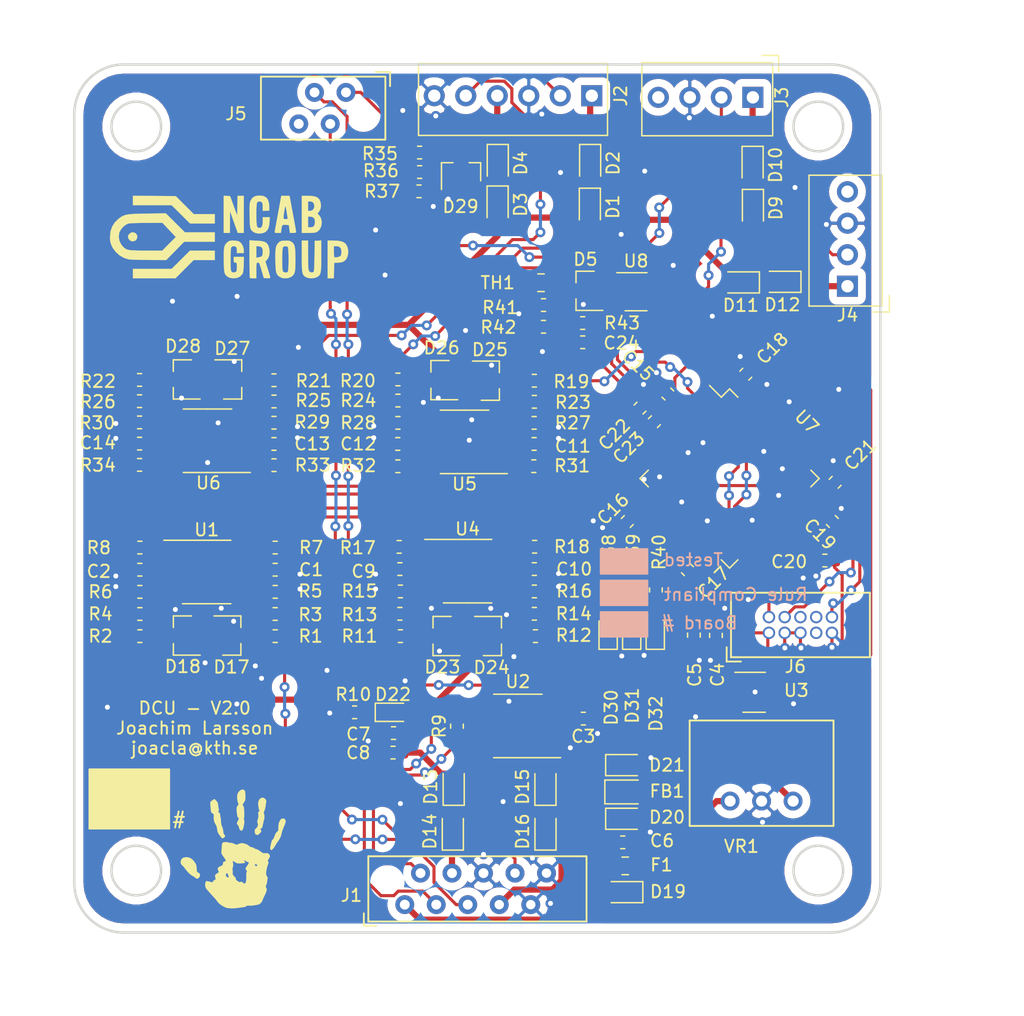
<source format=kicad_pcb>
(kicad_pcb (version 20221018) (generator pcbnew)
  (layers (0 "F.Cu" signal) (31 "B.Cu" signal) (34 "B.Paste" user) (35 "F.Paste" user) (36 "B.SilkS" user "B.Silkscreen") (37 "F.SilkS" user "F.Silkscreen") (38 "B.Mask" user) (39 "F.Mask" user) (44 "Edge.Cuts" user))
  (net 0 "")
  (net 1 "GND")
  (net 2 "+3V3")
  (net 3 "Net-(C9-Pad1)")
  (net 4 "Net-(C10-Pad1)")
  (net 5 "Net-(C11-Pad1)")
  (net 6 "Net-(C12-Pad1)")
  (net 7 "Net-(C13-Pad1)")
  (net 8 "Net-(C14-Pad1)")
  (net 9 "+24V")
  (net 10 "+5V")
  (net 11 "Net-(FB1-Pad2)")
  (net 12 "Net-(R17-Pad2)")
  (net 13 "Net-(R32-Pad2)")
  (net 14 "Net-(R33-Pad2)")
  (net 15 "Net-(U7-Pad4)")
  (net 16 "Net-(C1-Pad1)")
  (net 17 "Net-(C2-Pad1)")
  (net 18 "Net-(D3-Pad1)")
  (net 19 "Net-(D11-Pad1)")
  (net 20 "Net-(D17-Pad3)")
  (net 21 "Net-(D18-Pad3)")
  (net 22 "Net-(D19-Pad1)")
  (net 23 "Net-(D22-Pad1)")
  (net 24 "Net-(D23-Pad3)")
  (net 25 "Net-(D24-Pad3)")
  (net 26 "Net-(D25-Pad3)")
  (net 27 "Net-(D26-Pad3)")
  (net 28 "Net-(D27-Pad3)")
  (net 29 "Net-(D28-Pad3)")
  (net 30 "Net-(D31-Pad2)")
  (net 31 "Net-(D32-Pad2)")
  (net 32 "Net-(J3-Pad4)")
  (net 33 "Net-(J4-Pad4)")
  (net 34 "Net-(J5-Pad4)")
  (net 35 "Net-(J6-Pad6)")
  (net 36 "Net-(J6-Pad7)")
  (net 37 "Net-(J6-Pad8)")
  (net 38 "Net-(R7-Pad2)")
  (net 39 "Net-(R8-Pad2)")
  (net 40 "Net-(R18-Pad2)")
  (net 41 "Net-(R31-Pad2)")
  (net 42 "Net-(R34-Pad2)")
  (net 43 "Net-(U3-Pad4)")
  (net 44 "Net-(U7-Pad1)")
  (net 45 "Net-(U7-Pad2)")
  (net 46 "Net-(U7-Pad5)")
  (net 47 "Net-(U7-Pad6)")
  (net 48 "Net-(U7-Pad8)")
  (net 49 "Net-(U7-Pad9)")
  (net 50 "Net-(U7-Pad11)")
  (net 51 "Net-(U7-Pad27)")
  (net 52 "Net-(U7-Pad28)")
  (net 53 "Net-(U7-Pad29)")
  (net 54 "Net-(U7-Pad30)")
  (net 55 "Net-(U7-Pad33)")
  (net 56 "Net-(U7-Pad34)")
  (net 57 "Net-(U7-Pad35)")
  (net 58 "Net-(U7-Pad36)")
  (net 59 "Net-(U7-Pad37)")
  (net 60 "Net-(U7-Pad38)")
  (net 61 "Net-(U7-Pad39)")
  (net 62 "Net-(U7-Pad40)")
  (net 63 "Net-(U7-Pad41)")
  (net 64 "Net-(U7-Pad42)")
  (net 65 "Net-(U7-Pad44)")
  (net 66 "Net-(U7-Pad45)")
  (net 67 "Net-(U7-Pad50)")
  (net 68 "Net-(U7-Pad51)")
  (net 69 "Net-(U7-Pad52)")
  (net 70 "Net-(U7-Pad53)")
  (net 71 "Net-(U7-Pad54)")
  (net 72 "Net-(U7-Pad55)")
  (net 73 "Net-(U7-Pad56)")
  (net 74 "Net-(U7-Pad57)")
  (net 75 "Net-(U7-Pad58)")
  (net 76 "Net-(U7-Pad59)")
  (net 77 "Net-(U7-Pad60)")
  (net 78 "Net-(D1-Pad1)")
  (net 79 "Net-(D10-Pad2)")
  (net 80 "Net-(D13-Pad1)")
  (net 81 "Net-(D15-Pad1)")
  (net 82 "Net-(D29-Pad3)")
  (net 83 "Net-(D30-Pad2)")
  (net 84 "Net-(U7-Pad43)")
  (net 85 "Net-(C24-Pad1)")
  (net 86 "Net-(D5-Pad3)")
  (net 87 "Net-(R41-Pad2)")
  (net 88 "/MCU/JTAG_RESET_N")
  (net 89 "/BPPS1_SUPPLY")
  (net 90 "/BPPS2_SUPPLY")
  (net 91 "/APPS1_SUPPLY")
  (net 92 "/APPS2_SUPPLY")
  (net 93 "/STEERING_ANGLE_1_SUPPLY")
  (net 94 "/STEERING_ANGLE_2_SUPPLY")
  (net 95 "/CONTROL_SYSTEMS_SUPPLY")
  (net 96 "/STEERING_ANGLE_2_SIGNAL")
  (net 97 "/STEERING_ANGLE_1_SIGNAL")
  (net 98 "/CAN1_L")
  (net 99 "/CAN1_H")
  (net 100 "/BPPS1_SIGNAL")
  (net 101 "/BPPS2_SIGNAL")
  (net 102 "/APPS1_SIGNAL")
  (net 103 "/APPS2_SIGNAL")
  (net 104 "/BRAKE_PRESSURE_2_SIGNAL")
  (net 105 "/BRAKE_PRESSURE_1_SIGNAL")
  (net 106 "/BSPD_TRIGGERED_SIGNAL")
  (net 107 "/MCU/JTAG_SWDIO")
  (net 108 "/MCU/JTAG_SWDCLK")
  (net 109 "/MCU/STEERING_ANGLE_2")
  (net 110 "/MCU/STEERING_ANGLE_1")
  (net 111 "/MCU/BRAKE_PRESSURE_2")
  (net 112 "/MCU/BRAKE_PRESSURE_1")
  (net 113 "/MCU/APPS2")
  (net 114 "/MCU/APPS1")
  (net 115 "/MCU/BPPS2")
  (net 116 "/MCU/BPPS1")
  (net 117 "/MCU/BSPD_TRIGGERED")
  (net 118 "/MCU/MCU_STATUS_LED_1")
  (net 119 "/MCU/MCU_STATUS_LED_2")
  (net 120 "/MCU/MCU_STATUS_LED_3")
  (net 121 "/MCU/CAN1_RX")
  (net 122 "/MCU/CAN1_TX")
  (net 123 "/MCU/PCB_TEMPERATURE")
  (footprint "Capacitor_SMD:C_0603_1608Metric" (layer "F.Cu") (at 164.15 89.975 45)
    (fp_text reference "C18")
    (fp_text value "100n")
  )
  (footprint "Capacitor_SMD:C_0603_1608Metric" (layer "F.Cu") (at 159.443153 105.743153 135)
    (fp_text reference "C17")
    (fp_text value "100n")
  )
  (footprint "Capacitor_SMD:C_0603_1608Metric" (layer "F.Cu") (at 154.593153 101.856847 -135)
    (fp_text reference "C16")
    (fp_text value "100n")
  )
  (footprint "Capacitor_SMD:C_0603_1608Metric" (layer "F.Cu") (at 171.13 101.85 -45)
    (fp_text reference "C19")
    (fp_text value "100n")
  )
  (footprint "Capacitor_SMD:C_0603_1608Metric" (layer "F.Cu") (at 171.357 98.692 45)
    (fp_text reference "C21")
    (fp_text value "4.7u")
  )
  (footprint "Capacitor_SMD:C_0603_1608Metric" (layer "F.Cu") (at 170.525 105 180)
    (fp_text reference "C20")
    (fp_text value "4.7u")
  )
  (footprint "Capacitor_SMD:C_0603_1608Metric" (layer "F.Cu") (at 155.62 92.71 45)
    (fp_text reference "C22")
    (fp_text value "10n")
  )
  (footprint "Capacitor_SMD:C_0603_1608Metric" (layer "F.Cu") (at 156.780153 93.806847 45)
    (fp_text reference "C23")
    (fp_text value "1u")
  )
  (footprint "Capacitor_SMD:C_0603_1608Metric" (layer "F.Cu") (at 126.103 95.6005)
    (fp_text reference "C13")
    (fp_text value "22n")
  )
  (footprint "Capacitor_SMD:C_0603_1608Metric" (layer "F.Cu") (at 115.265 95.5755 180)
    (fp_text reference "C14")
    (fp_text value "22n")
  )
  (footprint "Capacitor_SMD:C_0603_1608Metric" (layer "F.Cu") (at 147.0825 95.6)
    (fp_text reference "C11")
    (fp_text value "22n")
  )
  (footprint "Capacitor_SMD:C_0603_1608Metric" (layer "F.Cu") (at 136.0875 95.6 180)
    (fp_text reference "C12")
    (fp_text value "22n")
  )
  (footprint "Capacitor_SMD:C_0603_1608Metric" (layer "F.Cu") (at 161.744 111.042 -90)
    (fp_text reference "C4")
    (fp_text value "1u")
  )
  (footprint "Capacitor_SMD:C_0603_1608Metric" (layer "F.Cu") (at 159.966 111.0165 -90)
    (fp_text reference "C5")
    (fp_text value "100n")
  )
  (footprint "Capacitor_SMD:C_0603_1608Metric" (layer "F.Cu") (at 154.23 127.7258)
    (fp_text reference "C6")
    (fp_text value "1u")
  )
  (footprint "Capacitor_SMD:C_0603_1608Metric" (layer "F.Cu") (at 135.7425 118.915 180)
    (fp_text reference "C7")
    (fp_text value "1u")
  )
  (footprint "Capacitor_SMD:C_0603_1608Metric" (layer "F.Cu") (at 135.705 120.49 180)
    (fp_text reference "C8")
    (fp_text value "100n")
  )
  (footprint "Diode_SMD:D_SOD-323" (layer "F.Cu") (at 154.35 131.743 180)
    (fp_text reference "D19")
    (fp_text value "SCHOTTKEY")
  )
  (footprint "Diode_SMD:D_SOD-323" (layer "F.Cu") (at 154.35 125.8272)
    (fp_text reference "D20")
    (fp_text value "TVS")
  )
  (footprint "Diode_SMD:D_SOD-323" (layer "F.Cu") (at 154.35 121.5)
    (fp_text reference "D21")
    (fp_text value "TVS")
  )
  (footprint "LED_SMD:LED_0603_1608Metric" (layer "F.Cu") (at 135.755 117.24)
    (fp_text reference "D22")
    (fp_text value "RED")
  )
  (footprint "Package_TO_SOT_SMD:SOT-23" (layer "F.Cu") (at 122.745 90.398)
    (fp_text reference "D27")
    (fp_text value "D_Schottky_x2_Serial_AKC")
  )
  (footprint "Package_TO_SOT_SMD:SOT-23" (layer "F.Cu") (at 118.745 90.398 180)
    (fp_text reference "D28")
    (fp_text value "D_Schottky_x2_Serial_AKC")
  )
  (footprint "Package_TO_SOT_SMD:SOT-23" (layer "F.Cu") (at 143.52 90.498)
    (fp_text reference "D25")
    (fp_text value "D_Schottky_x2_Serial_AKC")
  )
  (footprint "Package_TO_SOT_SMD:SOT-23" (layer "F.Cu") (at 139.52 90.453 180)
    (fp_text reference "D26")
    (fp_text value "D_Schottky_x2_Serial_AKC")
  )
  (footprint "Fuse:Fuse_0805_2012Metric" (layer "F.Cu") (at 154.43 129.6244)
    (fp_text reference "F1")
    (fp_text value "Fuse")
  )
  (footprint "KTHFS:Atmel_ICP_connector" (layer "F.Cu") (at 168.558 110.197)
    (fp_text reference "J6")
    (fp_text value "ARM_JTAG_SWD_10")
  )
  (footprint "Resistor_SMD:R_0603_1608Metric" (layer "F.Cu") (at 126.103 90.463)
    (fp_text reference "R21")
    (fp_text value "200")
  )
  (footprint "Resistor_SMD:R_0603_1608Metric" (layer "F.Cu") (at 115.265 90.438 180)
    (fp_text reference "R22")
    (fp_text value "200")
  )
  (footprint "Resistor_SMD:R_0603_1608Metric" (layer "F.Cu") (at 147.1 90.5)
    (fp_text reference "R19")
    (fp_text value "200")
  )
  (footprint "Resistor_SMD:R_0603_1608Metric" (layer "F.Cu") (at 136.1 90.4 180)
    (fp_text reference "R20")
    (fp_text value "200")
  )
  (footprint "Resistor_SMD:R_0603_1608Metric" (layer "F.Cu") (at 126.103 92.1755 180)
    (fp_text reference "R25")
    (fp_text value "200")
  )
  (footprint "Resistor_SMD:R_0603_1608Metric" (layer "F.Cu") (at 115.265 92.1505)
    (fp_text reference "R26")
    (fp_text value "200")
  )
  (footprint "Resistor_SMD:R_0603_1608Metric" (layer "F.Cu") (at 147.1 92.2)
    (fp_text reference "R23")
    (fp_text value "200")
  )
  (footprint "Resistor_SMD:R_0603_1608Metric" (layer "F.Cu") (at 136.1 92.1)
    (fp_text reference "R24")
    (fp_text value "200")
  )
  (footprint "Resistor_SMD:R_0603_1608Metric" (layer "F.Cu") (at 126.103 93.888)
    (fp_text reference "R29")
    (fp_text value "510")
  )
  (footprint "Resistor_SMD:R_0603_1608Metric" (layer "F.Cu") (at 115.265 93.863 180)
    (fp_text reference "R30")
    (fp_text value "510")
  )
  (footprint "Resistor_SMD:R_0603_1608Metric" (layer "F.Cu") (at 147.0825 93.9)
    (fp_text reference "R27")
    (fp_text value "510")
  )
  (footprint "Resistor_SMD:R_0603_1608Metric" (layer "F.Cu") (at 136.1 93.9 180)
    (fp_text reference "R28")
    (fp_text value "510")
  )
  (footprint "Resistor_SMD:R_0603_1608Metric" (layer "F.Cu") (at 115.265 97.288)
    (fp_text reference "R34")
    (fp_text value "100")
  )
  (footprint "Resistor_SMD:R_0603_1608Metric" (layer "F.Cu") (at 136.095 97.4)
    (fp_text reference "R32")
    (fp_text value "100")
  )
  (footprint "Resistor_SMD:R_0603_1608Metric" (layer "F.Cu") (at 126.103 97.313 180)
    (fp_text reference "R33")
    (fp_text value "100")
  )
  (footprint "Resistor_SMD:R_0603_1608Metric" (layer "F.Cu") (at 147.0575 97.393 180)
    (fp_text reference "R31")
    (fp_text value "100")
  )
  (footprint "Resistor_SMD:R_0603_1608Metric" (layer "F.Cu") (at 132.605 117.24 180)
    (fp_text reference "R10")
    (fp_text value "510")
  )
  (footprint "Package_QFP:LQFP-64_10x10mm_P0.5mm" (layer "F.Cu") (at 162.843 98.386 -45)
    (fp_text reference "U7")
    (fp_text value "STM32F091RCTx")
  )
  (footprint "Package_SO:SOIC-8_3.9x4.9mm_P1.27mm" (layer "F.Cu") (at 120.745 95.343 180)
    (fp_text reference "U6")
    (fp_text value "LM358")
  )
  (footprint "Package_TO_SOT_SMD:SOT-23-5" (layer "F.Cu") (at 164.825 115.625)
    (fp_text reference "U3")
    (fp_text value "ADP150AUJZ-3.3-R7")
  )
  (footprint "KTHFS:Wurth-FDSM" (layer "F.Cu") (at 159.625 126.4)
    (fp_text reference "VR1")
    (fp_text value "Wurth-FDSM")
  )
  (footprint "Diode_SMD:D_0805_2012Metric" (layer "F.Cu") (at 154.47 123.6636)
    (fp_text reference "FB1")
    (fp_text value "Ferrite_Bead")
  )
  (footprint "LED_SMD:LED_0603_1608Metric" (layer "F.Cu") (at 154.95 110.675 90)
    (fp_text reference "D31")
    (fp_text value "YELLOW")
  )
  (footprint "Resistor_SMD:R_0603_1608Metric" (layer "F.Cu") (at 154.95 107.325 90)
    (fp_text reference "R39")
    (fp_text value "1k")
  )
  (footprint "Resistor_SMD:R_0603_1608Metric" (layer "F.Cu") (at 156.9 107.375 90)
    (fp_text reference "R40")
    (fp_text value "1k")
  )
  (footprint "Capacitor_SMD:C_0603_1608Metric" (layer "F.Cu") (at 157.86352 91.572957 136)
    (fp_text reference "C15")
    (fp_text value "100n")
  )
  (footprint "Package_TO_SOT_SMD:SOT-23" (layer "F.Cu") (at 141.19 73.68 90)
    (fp_text reference "D29")
    (fp_text value "D_Schottky_x2_Serial_AKC")
  )
  (footprint "LED_SMD:LED_0603_1608Metric" (layer "F.Cu") (at 153.05 110.675 90)
    (fp_text reference "D30")
    (fp_text value "GREEN")
  )
  (footprint "LED_SMD:LED_0603_1608Metric" (layer "F.Cu") (at 156.85 110.675 90)
    (fp_text reference "D32")
    (fp_text value "BLUE")
  )
  (footprint "Resistor_SMD:R_0603_1608Metric" (layer "F.Cu") (at 137.8475 72.1 180)
    (fp_text reference "R35")
    (fp_text value "200")
  )
  (footprint "Resistor_SMD:R_0603_1608Metric" (layer "F.Cu") (at 137.85 73.675)
    (fp_text reference "R36")
    (fp_text value "51")
  )
  (footprint "Resistor_SMD:R_0603_1608Metric" (layer "F.Cu") (at 137.8 75.23 180)
    (fp_text reference "R37")
    (fp_text value "510")
  )
  (footprint "Resistor_SMD:R_0603_1608Metric" (layer "F.Cu") (at 153 107.325 90)
    (fp_text reference "R38")
    (fp_text value "1k")
  )
  (footprint "KTHFS:Wurth-MM_female_10" (layer "F.Cu") (at 136.65 132.75 180)
    (fp_text reference "J1")
    (fp_text value "Conn_01x10_Female")
  )
  (footprint "KTHFS:Wurth-WTB_2.54_male_vert_6" (layer "F.Cu") (at 151.73 67.52 -90)
    (fp_text reference "J2")
    (fp_text value "Conn_01x06_Female")
  )
  (footprint "KTHFS:Wurth-WTB_2.54_male_vert_4" (layer "F.Cu") (at 164.72 67.65 -90)
    (fp_text reference "J3")
    (fp_text value "Conn_01x04_Male")
  )
  (footprint "KTHFS:Wurth-WTB_2.54_male_vert_4" (layer "F.Cu") (at 172.35 82.88 180)
    (fp_text reference "J4")
    (fp_text value "Conn_01x04_Female")
  )
  (footprint "KTHFS:Wurth-MM_female_4" (layer "F.Cu") (at 131.91 67.25)
    (fp_text reference "J5")
    (fp_text value "Conn_01x04_Female")
  )
  (footprint "Logo:JoachimLogo" (layer "F.Cu") (at 123.1 129.69)
    (fp_text reference "G***" hide)
    (fp_text value "LOGO" hide)
  )
  (footprint "KTHFS:NCAB" (layer "F.Cu") (at 122.502 78.89)
    (fp_text reference "G***" hide)
    (fp_text value "LOGO" hide)
  )
  (footprint "Capacitor_SMD:C_0603_1608Metric" (layer "F.Cu") (at 151.05 117.75 180)
    (fp_text reference "C3")
    (fp_text value "100n")
  )
  (footprint "Diode_SMD:D_SOD-323" (layer "F.Cu") (at 151.574999 76.475001 -90)
    (fp_text reference "D1")
    (fp_text value "D")
  )
  (footprint "Diode_SMD:D_SOD-323" (layer "F.Cu") (at 151.6 72.95 -90)
    (fp_text reference "D2")
    (fp_text value "D")
  )
  (footprint "Resistor_SMD:R_0603_1608Metric" (layer "F.Cu") (at 140.86 118.36 90)
    (fp_text reference "R9")
    (fp_text value "120")
  )
  (footprint "Package_SO:SOIC-8_3.9x4.9mm_P1.27mm" (layer "F.Cu") (at 120.675 105.925)
    (fp_text reference "U1")
    (fp_text value "LM358")
  )
  (footprint "Package_SO:SOIC-8_3.9x4.9mm_P1.27mm" (layer "F.Cu") (at 145.77 118.34 180)
    (fp_text reference "U2")
    (fp_text value "SN65HVD233")
  )
  (footprint "Package_SO:SOIC-8_3.9x4.9mm_P1.27mm" (layer "F.Cu") (at 141.71348 105.85812)
    (fp_text reference "U4")
    (fp_text value "LM358")
  )
  (footprint "Package_SO:SOIC-8_3.9x4.9mm_P1.27mm" (layer "F.Cu") (at 141.47 95.433 180)
    (fp_text reference "U5")
    (fp_text value "LM358")
  )
  (footprint "Package_TO_SOT_SMD:TSOT-23-5" (layer "F.Cu") (at 155.3 83.3)
    (fp_text reference "U8")
    (fp_text value "TLV9061")
  )
  (footprint "Capacitor_SMD:C_0603_1608Metric" (layer "F.Cu") (at 126.2 105.74125)
    (fp_text reference "C1")
    (fp_text value "22n")
  )
  (footprint "Capacitor_SMD:C_0603_1608Metric" (layer "F.Cu") (at 115.2875 105.74125 180)
    (fp_text reference "C2")
    (fp_text value "22n")
  )
  (footprint "Capacitor_SMD:C_0603_1608Metric" (layer "F.Cu") (at 136.25604 105.69109 180)
    (fp_text reference "C9")
    (fp_text value "22n")
  )
  (footprint "Capacitor_SMD:C_0603_1608Metric" (layer "F.Cu") (at 147.1 105.69109)
    (fp_text reference "C10")
    (fp_text value "22n")
  )
  (footprint "Capacitor_SMD:C_0603_1608Metric" (layer "F.Cu") (at 151 87.4 180)
    (fp_text reference "C24")
    (fp_text value "100n")
  )
  (footprint "Diode_SMD:D_SOD-323" (layer "F.Cu") (at 144.137 76.297 -90)
    (fp_text reference "D3")
    (fp_text value "D")
  )
  (footprint "Diode_SMD:D_SOD-323" (layer "F.Cu") (at 144.15 72.95 -90)
    (fp_text reference "D4")
    (fp_text value "D")
  )
  (footprint "Package_TO_SOT_SMD:SOT-23" (layer "F.Cu") (at 151.22 83.25 180)
    (fp_text reference "D5")
    (fp_text value "D_Schottky_x2_Serial_AKC")
  )
  (footprint "Diode_SMD:D_SOD-323" (layer "F.Cu") (at 164.725 76.575 -90)
    (fp_text reference "D9")
    (fp_text value "D")
  )
  (footprint "Diode_SMD:D_SOD-323" (layer "F.Cu") (at 164.7 73.1 -90)
    (fp_text reference "D10")
    (fp_text value "D")
  )
  (footprint "Diode_SMD:D_SOD-323" (layer "F.Cu") (at 163.75 82.575 180)
    (fp_text reference "D11")
    (fp_text value "D")
  )
  (footprint "Diode_SMD:D_SOD-323" (layer "F.Cu") (at 167.1 82.525 180)
    (fp_text reference "D12")
    (fp_text value "D")
  )
  (footprint "Diode_SMD:D_SOD-323" (layer "F.Cu") (at 140.595001 123.239999 90)
    (fp_text reference "D13")
    (fp_text value "D")
  )
  (footprint "Diode_SMD:D_SOD-323" (layer "F.Cu") (at 140.525 126.85 90)
    (fp_text reference "D14")
    (fp_text value "D")
  )
  (footprint "Diode_SMD:D_SOD-323" (layer "F.Cu") (at 147.995001 123.239999 90)
    (fp_text reference "D15")
    (fp_text value "D")
  )
  (footprint "Diode_SMD:D_SOD-323" (layer "F.Cu") (at 148 126.85 90)
    (fp_text reference "D16")
    (fp_text value "D")
  )
  (footprint "Package_TO_SOT_SMD:SOT-23" (layer "F.Cu") (at 122.675 111.05)
    (fp_text reference "D17")
    (fp_text value "D_Schottky_x2_Serial_AKC")
  )
  (footprint "Package_TO_SOT_SMD:SOT-23" (layer "F.Cu") (at 118.75 111.05 180)
    (fp_text reference "D18")
    (fp_text value "D_Schottky_x2_Serial_AKC")
  )
  (footprint "Package_TO_SOT_SMD:SOT-23" (layer "F.Cu") (at 143.68848 111.09)
    (fp_text reference "D24")
    (fp_text value "D_Schottky_x2_Serial_AKC")
  )
  (footprint "Resistor_SMD:R_0603_1608Metric" (layer "F.Cu") (at 126.2 109.31375)
    (fp_text reference "R3")
    (fp_text value "200")
  )
  (footprint "Resistor_SMD:R_0603_1608Metric" (layer "F.Cu") (at 126.2 107.5275)
    (fp_text reference "R5")
    (fp_text value "510")
  )
  (footprint "Resistor_SMD:R_0603_1608Metric" (layer "F.Cu") (at 136.3 111.1 180)
    (fp_text reference "R11")
    (fp_text value "200")
  )
  (footprint "Resistor_SMD:R_0603_1608Metric" (layer "F.Cu") (at 136.25604 109.29703)
    (fp_text reference "R13")
    (fp_text value "200")
  )
  (footprint "Resistor_SMD:R_0603_1608Metric" (layer "F.Cu") (at 147.1 109.29703)
    (fp_text reference "R14")
    (fp_text value "200")
  )
  (footprint "Resistor_SMD:R_0603_1608Metric" (layer "F.Cu") (at 136.3 107.49406 180)
    (fp_text reference "R15")
    (fp_text value "510")
  )
  (footprint "Resistor_SMD:R_0603_1608Metric" (layer "F.Cu") (at 147.12206 103.88812 180)
    (fp_text reference "R18")
    (fp_text value "100")
  )
  (footprint "Resistor_SMD:R_0603_1608Metric" (layer "F.Cu") (at 147.8375 84.4)
    (fp_text reference "R41")
    (fp_text value "10k")
  )
  (footprint "Resistor_SMD:R_0603_1608Metric" (layer "F.Cu") (at 147.8375 86.15 180)
    (fp_text reference "R42")
    (fp_text value "100")
  )
  (footprint "Resistor_SMD:R_0603_1608Metric" (layer "F.Cu") (at 151 85.85 180)
    (fp_text reference "R43")
    (fp_text value "1k")
  )
  (footprint "Resistor_SMD:R_0805_2012Metric" (layer "F.Cu") (at 147.6375 82.6 180)
    (fp_text reference "TH1")
    (fp_text value "10k")
  )
  (footprint "Package_TO_SOT_SMD:SOT-23" (layer "F.Cu") (at 139.68848 111.09 180)
    (fp_text reference "D23")
    (fp_text value "D_Schottky_x2_Serial_AKC")
  )
  (footprint "Resistor_SMD:R_0603_1608Metric" (layer "F.Cu") (at 126.2 111.1)
    (fp_text reference "R1")
    (fp_text value "200")
  )
  (footprint "Resistor_SMD:R_0603_1608Metric" (layer "F.Cu") (at 115.2875 111.1 180)
    (fp_text reference "R2")
    (fp_text value "200")
  )
  (footprint "Resistor_SMD:R_0603_1608Metric" (layer "F.Cu") (at 115.2875 109.31375 180)
    (fp_text reference "R4")
    (fp_text value "200")
  )
  (footprint "Resistor_SMD:R_0603_1608Metric" (layer "F.Cu") (at 126.2 103.955 180)
    (fp_text reference "R7")
    (fp_text value "100")
  )
  (footprint "Resistor_SMD:R_0603_1608Metric" (layer "F.Cu") (at 115.2875 103.955)
    (fp_text reference "R8")
    (fp_text value "100")
  )
  (footprint "Resistor_SMD:R_0603_1608Metric" (layer "F.Cu") (at 147.1875 111.1)
    (fp_text reference "R12")
    (fp_text value "200")
  )
  (footprint "Resistor_SMD:R_0603_1608Metric" (layer "F.Cu") (at 147.1 107.49406)
    (fp_text reference "R16")
    (fp_text value "510")
  )
  (footprint "Resistor_SMD:R_0603_1608Metric" (layer "F.Cu") (at 136.2 103.9)
    (fp_text reference "R17")
    (fp_text value "100")
  )
  (footprint "Resistor_SMD:R_0603_1608Metric" (layer "F.Cu") (at 115.2875 107.5275 180)
    (fp_text reference "R6")
    (fp_text value "510")
  )
  (gr_poly (pts (xy 156.239 108.627) (xy 152.429 108.627) (xy 152.429 106.595) (xy 156.239 106.595)) (stroke (width 0.1)) (fill solid) (layer "B.SilkS"))
  (gr_poly (pts (xy 156.239 111.167) (xy 152.429 111.167) (xy 152.429 109.135) (xy 156.239 109.135)) (stroke (width 0.1)) (fill solid) (layer "B.SilkS"))
  (gr_poly (pts (xy 156.239 106.087) (xy 152.429 106.087) (xy 152.429 104.055) (xy 156.239 104.055)) (stroke (width 0.1)) (fill solid) (layer "B.SilkS"))
  (gr_poly (pts (xy 117.676 126.642) (xy 111.199 126.642) (xy 111.199 121.816) (xy 117.676 121.816)) (stroke (width 0.1)) (fill solid) (layer "F.SilkS"))
  (gr_line (start 110.000001 131) (end 110.000001 69) (stroke (width 0.2)) (layer "Edge.Cuts"))
  (gr_circle (center 170 130) (end 168 130) (stroke (width 0.2)) (fill none) (layer "Edge.Cuts"))
  (gr_line (start 114.000001 65) (end 171.000001 65) (stroke (width 0.2)) (layer "Edge.Cuts"))
  (gr_arc (start 114.000001 135) (mid 111.171574 133.828427) (end 110.000001 131) (stroke (width 0.2)) (layer "Edge.Cuts"))
  (gr_circle (center 115.000001 70) (end 113.000001 70) (stroke (width 0.2)) (fill none) (layer "Edge.Cuts"))
  (gr_arc (start 175 131.000001) (mid 173.828427 133.828427) (end 171.000001 135) (stroke (width 0.2)) (layer "Edge.Cuts"))
  (gr_arc (start 171.000001 65) (mid 173.828428 66.171573) (end 175.000001 69) (stroke (width 0.2)) (layer "Edge.Cuts"))
  (gr_circle (center 170 70) (end 168 70) (stroke (width 0.2)) (fill none) (layer "Edge.Cuts"))
  (gr_line (start 175.000001 69) (end 175.000001 131) (stroke (width 0.2)) (layer "Edge.Cuts"))
  (gr_arc (start 110.000001 69) (mid 111.171574 66.171573) (end 114.000001 65) (stroke (width 0.2)) (layer "Edge.Cuts"))
  (gr_line (start 171.000001 135) (end 114.000001 135) (stroke (width 0.2)) (layer "Edge.Cuts"))
  (gr_circle (center 115.000001 130) (end 113.000001 130) (stroke (width 0.2)) (fill none) (layer "Edge.Cuts"))
  (gr_text "Tested" (at 159.922 104.944) (layer "B.SilkS") (effects (font (size 1 1)) (justify mirror)))
  (gr_text "Board #" (at 160.43 110.024) (layer "B.SilkS") (effects (font (size 1 1)) (justify mirror)))
  (gr_text "Rule Compliant" (at 163.351 107.738) (layer "B.SilkS") (effects (font (size 1 1)) (justify mirror)))
  (gr_text "DCU - V2.0\nJoachim Larsson\njoacla@kth.se" (at 119.708 118.514) (layer "F.SilkS") (effects (font (size 1 1))))
  (gr_text "#" (at 118.438 125.88) (layer "F.SilkS") (effects (font (size 1 1))))
  (segment (start 161.722731 104.067125) (end 161.722731 102.472731) (width 0.25) (layer "F.Cu") (net 1))
  (segment (start 140.24 74.68) (end 139.1375 74.68) (width 0.25) (layer "F.Cu") (net 1))
  (segment (start 148.245 118.975) (end 148.875 118.975) (width 0.25) (layer "F.Cu") (net 1))
  (segment (start 158.282126 96.3) (end 159.5 96.3) (width 0.25) (layer "F.Cu") (net 1))
  (segment (start 138.5875 76.0875) (end 138.95 76.45) (width 0.25) (layer "F.Cu") (net 1))
  (segment (start 161.128266 104.696928) (end 161.128266 104.66159) (width 0.25) (layer "F.Cu") (net 1))
  (segment (start 161.722731 102.472731) (end 161.05 101.8) (width 0.25) (layer "F.Cu") (net 1))
  (segment (start 159.43832 105.186306) (end 158.886306 105.186306) (width 0.25) (layer "F.Cu") (net 1))
  (segment (start 168.558 110.832) (end 168.558 112.008) (width 0.25) (layer "F.Cu") (net 1))
  (segment (start 123.22 93.438) (end 122.062 93.438) (width 0.25) (layer "F.Cu") (net 1))
  (segment (start 157.592732 95.610606) (end 158.282126 96.3) (width 0.25) (layer "F.Cu") (net 1))
  (segment (start 168.558 112.008) (end 168.6 112.05) (width 0.25) (layer "F.Cu") (net 1))
  (segment (start 164.593072 92.075072) (end 165.45 91.218144) (width 0.25) (layer "F.Cu") (net 1))
  (segment (start 161.128266 104.66159) (end 161.722731 104.067125) (width 0.25) (layer "F.Cu") (net 1))
  (segment (start 151.8375 118.5875) (end 152.2 118.95) (width 0.25) (layer "F.Cu") (net 1))
  (segment (start 138.5875 75.23) (end 138.5875 76.0875) (width 0.25) (layer "F.Cu") (net 1))
  (segment (start 153.99 83.3) (end 152.47 83.3) (width 0.25) (layer "F.Cu") (net 1))
  (segment (start 152.22 83.55) (end 152.22 84.2) (width 0.25) (layer "F.Cu") (net 1))
  (segment (start 155.4 125.8272) (end 155.4 127.3433) (width 0.25) (layer "F.Cu") (net 1))
  (segment (start 167.288 112.038) (end 167.3 112.05) (width 0.25) (layer "F.Cu") (net 1))
  (segment (start 156.532072 100.100734) (end 157.2 99.432806) (width 0.25) (layer "F.Cu") (net 1))
  (segment (start 114.4775 93.863) (end 114.4775 95.5755) (width 0.25) (layer "F.Cu") (net 1))
  (segment (start 156.532072 100.100734) (end 156.496734 100.100734) (width 0.25) (layer "F.Cu") (net 1))
  (segment (start 171.098 111.998) (end 171.1 112) (width 0.25) (layer "F.Cu") (net 1))
  (segment (start 164.557734 92.075072) (end 164.593072 92.075072) (width 0.25) (layer "F.Cu") (net 1))
  (segment (start 119.745 91.348) (end 119.695 91.348) (width 0.25) (layer "F.Cu") (net 1))
  (segment (start 167.662538 99.75) (end 166.8 99.75) (width 0.25) (layer "F.Cu") (net 1))
  (segment (start 168.558 110.832) (end 167.288 110.832) (width 0.25) (layer "F.Cu") (net 1))
  (segment (start 157.2 99.432806) (end 157.2 98.25) (width 0.25) (layer "F.Cu") (net 1))
  (segment (start 160.498463 105.291393) (end 159.543407 105.291393) (width 0.25) (layer "F.Cu") (net 1))
  (segment (start 155.4 127.3433) (end 155.0175 127.7258) (width 0.25) (layer "F.Cu") (net 1))
  (segment (start 122.062 93.438) (end 121.6 93.9) (width 0.25) (layer "F.Cu") (net 1))
  (segment (start 163.725 115.625) (end 164.875 115.625) (width 0.25) (layer "F.Cu") (net 1))
  (segment (start 139.1375 74.68) (end 138.5875 75.23) (width 0.25) (layer "F.Cu") (net 1))
  (segment (start 171.85 100.8) (end 171.85 102.243694) (width 0.25) (layer "F.Cu") (net 1))
  (segment (start 169.153928 100.100734) (end 168.559463 99.506269) (width 0.25) (layer "F.Cu") (net 1))
  (segment (start 171.098 110.832) (end 171.098 111.998) (width 0.25) (layer "F.Cu") (net 1))
  (segment (start 148.875 118.975) (end 150 120.1) (width 0.25) (layer "F.Cu") (net 1))
  (segment (start 167.906269 99.506269) (end 167.662538 99.75) (width 0.25) (layer "F.Cu") (net 1))
  (segment (start 167.288 110.832) (end 167.288 112.038) (width 0.25) (layer "F.Cu") (net 1))
  (segment (start 152.47 83.3) (end 152.22 83.55) (width 0.25) (layer "F.Cu") (net 1))
  (segment (start 168.559463 99.506269) (end 167.906269 99.506269) (width 0.25) (layer "F.Cu") (net 1))
  (segment (start 164.875 115.625) (end 164.9 115.6) (width 0.25) (layer "F.Cu") (net 1))
  (segment (start 161.128266 104.696928) (end 161.092928 104.696928) (width 0.25) (layer "F.Cu") (net 1))
  (segment (start 161.092928 104.696928) (end 160.498463 105.291393) (width 0.25) (layer "F.Cu") (net 1))
  (segment (start 171.85 102.243694) (end 171.686847 102.406847) (width 0.25) (layer "F.Cu") (net 1))
  (segment (start 151.8375 117.75) (end 151.8375 118.5875) (width 0.25) (layer "F.Cu") (net 1))
  (segment (start 159.543407 105.291393) (end 159.43832 105.186306) (width 0.25) (layer "F.Cu") (net 1))
  (via (at 122.9 88.95) (size 0.8) (drill 0.4) (layers "F.Cu" "B.Cu") (net 1))
  (via (at 128.07 87.81) (size 0.8) (drill 0.4) (layers "F.Cu" "B.Cu") (net 1))
  (via (at 117.92 84.09) (size 0.8) (drill 0.4) (layers "F.Cu" "B.Cu") (net 1))
  (via (at 123.13 83.7) (size 0.8) (drill 0.4) (layers "F.Cu" "B.Cu") (net 1))
  (via (at 135.06 81.98) (size 0.8) (drill 0.4) (layers "F.Cu" "B.Cu") (net 1))
  (via (at 134.3 78.35) (size 0.8) (drill 0.4) (layers "F.Cu" "B.Cu") (net 1))
  (via (at 136.49 68.71) (size 0.8) (drill 0.4) (layers "F.Cu" "B.Cu") (net 1))
  (via (at 139.15 69.15) (size 0.8) (drill 0.4) (layers "F.Cu" "B.Cu") (net 1))
  (via (at 159.6 69.3) (size 0.8) (drill 0.4) (layers "F.Cu" "B.Cu") (net 1))
  (via (at 156 73.6) (size 0.8) (drill 0.4) (layers "F.Cu" "B.Cu") (net 1))
  (via (at 149.21 73.71) (size 0.8) (drill 0.4) (layers "F.Cu" "B.Cu") (net 1))
  (via (at 147.7 69) (size 0.8) (drill 0.4) (layers "F.Cu" "B.Cu") (net 1))
  (via (at 170.65 77.9) (size 0.8) (drill 0.4) (layers "F.Cu" "B.Cu") (net 1))
  (via (at 168.12 74.92) (size 0.8) (drill 0.4) (layers "F.Cu" "B.Cu") (net 1))
  (via (at 165.85 90.8) (size 0.8) (drill 0.4) (layers "F.Cu" "B.Cu") (net 1))
  (via (at 171.85 100.8) (size 0.8) (drill 0.4) (layers "F.Cu" "B.Cu") (net 1))
  (via (at 171.2 96.95) (size 0.8) (drill 0.4) (layers "F.Cu" "B.Cu") (net 1))
  (via (at 169.8 106.25) (size 0.8) (drill 0.4) (layers "F.Cu" "B.Cu") (net 1))
  (via (at 168.78 106.41) (size 0.8) (drill 0.4) (layers "F.Cu" "B.Cu") (net 1))
  (via (at 168 116.55) (size 0.8) (drill 0.4) (layers "F.Cu" "B.Cu") (net 1))
  (via (at 161.3 113.05) (size 0.8) (drill 0.4) (layers "F.Cu" "B.Cu") (net 1))
  (via (at 160.1 117.6) (size 0.8) (drill 0.4) (layers "F.Cu" "B.Cu") (net 1))
  (via (at 164.9 115.6) (size 0.8) (drill 0.4) (layers "F.Cu" "B.Cu") (net 1))
  (via (at 156.45 126.9) (size 0.8) (drill 0.4) (layers "F.Cu" "B.Cu") (net 1))
  (via (at 165.5 126.1) (size 0.8) (drill 0.4) (layers "F.Cu" "B.Cu") (net 1))
  (via (at 152.2 118.95) (size 0.8) (drill 0.4) (layers "F.Cu" "B.Cu") (net 1))
  (via (at 148.4 132.65) (size 0.8) (drill 0.4) (layers "F.Cu" "B.Cu") (net 1))
  (via (at 143 128.7) (size 0.8) (drill 0.4) (layers "F.Cu" "B.Cu") (net 1))
  (via (at 136.3 124.6) (size 0.8) (drill 0.4) (layers "F.Cu" "B.Cu") (net 1))
  (via (at 122.85 109.9) (size 0.8) (drill 0.4) (layers "F.Cu" "B.Cu") (net 1))
  (via (at 120.55 113.25) (size 0.8) (drill 0.4) (layers "F.Cu" "B.Cu") (net 1))
  (via (at 123.11 116.57) (size 0.8) (drill 0.4) (layers "F.Cu" "B.Cu") (net 1))
  (via (at 130.38 113.86) (size 0.8) (drill 0.4) (layers "F.Cu" "B.Cu") (net 1))
  (via (at 136.68 114.7) (size 0.8) (drill 0.4) (layers "F.Cu" "B.Cu") (net 1))
  (via (at 112.67 116.83) (size 0.8) (drill 0.4) (layers "F.Cu" "B.Cu") (net 1))
  (via (at 128 94.2) (size 0.8) (drill 0.4) (layers "F.Cu" "B.Cu") (net 1))
  (via (at 128 95.1) (size 0.8) (drill 0.4) (layers "F.Cu" "B.Cu") (net 1))
  (via (at 121.6 93.9) (size 0.8) (drill 0.4) (layers "F.Cu" "B.Cu") (net 1))
  (via (at 120.75 97.1) (size 0.8) (drill 0.4) (layers "F.Cu" "B.Cu") (net 1))
  (via (at 152.6 102.35) (size 0.8) (drill 0.4) (layers "F.Cu" "B.Cu") (net 1))
  (via (at 151.85 101.8) (size 0.8) (drill 0.4) (layers "F.Cu" "B.Cu") (net 1))
  (via (at 161.05 101.8) (size 0.8) (drill 0.4) (layers "F.Cu" "B.Cu") (net 1))
  (via (at 144.58 124.44) (size 0.8) (drill 0.4) (layers "F.Cu" "B.Cu") (net 1))
  (via (at 146.95 129) (size 0.8) (drill 0.4) (layers "F.Cu" "B.Cu") (net 1))
  (via (at 140.15 75.85) (size 0.8) (drill 0.4) (layers "F.Cu" "B.Cu") (net 1))
  (via (at 138.95 76.45) (size 0.8) (drill 0.4) (layers "F.Cu" "B.Cu") (net 1))
  (via (at 159.5 96.3) (size 0.8) (drill 0.4) (layers "F.Cu" "B.Cu") (net 1))
  (via (at 158.98 100.28) (size 0.8) (drill 0.4) (layers "F.Cu" "B.Cu") (net 1))
  (via (at 144.854 109.37) (size 0.8) (drill 0.4) (layers "F.Cu" "B.Cu") (net 1))
  (via (at 138.8 108.85) (size 0.8) (drill 0.4) (layers "F.Cu" "B.Cu") (net 1))
  (via (at 134.3 107.3) (size 0.8) (drill 0.4) (layers "F.Cu" "B.Cu") (net 1))
  (via (at 134.3 106.1) (size 0.8) (drill 0.4) (layers "F.Cu" "B.Cu") (net 1))
  (via (at 130.6 117.3) (size 0.8) (drill 0.4) (layers "F.Cu" "B.Cu") (net 1))
  (via (at 133.7 119.55) (size 0.8) (drill 0.4) (layers "F.Cu" "B.Cu") (net 1))
  (via (at 171.1 112) (size 0.8) (drill 0.4) (layers "F.Cu" "B.Cu") (net 1))
  (via (at 167.3 112.05) (size 0.8) (drill 0.4) (layers "F.Cu" "B.Cu") (net 1))
  (via (at 121.85 108.85) (size 0.8) (drill 0.4) (layers "F.Cu" "B.Cu") (net 1))
  (via (at 158.3 81.2) (size 0.8) (drill 0.4) (layers "F.Cu" "B.Cu") (net 1))
  (via (at 151.05 84.35) (size 0.8) (drill 0.4) (layers "F.Cu" "B.Cu") (net 1))
  (via (at 154.1 78.7) (size 0.8) (drill 0.4) (layers "F.Cu" "B.Cu") (net 1))
  (via (at 125.1 114.5) (size 0.8) (drill 0.4) (layers "F.Cu" "B.Cu") (net 1))
  (via (at 124.6 113.5) (size 0.8) (drill 0.4) (layers "F.Cu" "B.Cu") (net 1))
  (via (at 118.65 91.9) (size 0.8) (drill 0.4) (layers "F.Cu" "B.Cu") (net 1))
  (via (at 139.35 91.9) (size 0.8) (drill 0.4) (layers "F.Cu" "B.Cu") (net 1))
  (via (at 138.15 92.25) (size 0.8) (drill 0.4) (layers "F.Cu" "B.Cu") (net 1))
  (via (at 128.2 107.3) (size 0.8) (drill 0.4) (layers "F.Cu" "B.Cu") (net 1))
  (via (at 128.2 106.1) (size 0.8) (drill 0.4) (layers "F.Cu" "B.Cu") (net 1))
  (via (at 134.15 94.15) (size 0.8) (drill 0.4) (layers "F.Cu" "B.Cu") (net 1))
  (via (at 134.15 95.1) (size 0.8) (drill 0.4) (layers "F.Cu" "B.Cu") (net 1))
  (via (at 163.7 88.55) (size 0.8) (drill 0.4) (layers "F.Cu" "B.Cu") (net 1))
  (via (at 139.45 112.3) (size 0.8) (drill 0.4) (layers "F.Cu" "B.Cu") (net 1))
  (via (at 149.05 106.05) (size 0.8) (drill 0.4) (layers "F.Cu" "B.Cu") (net 1))
  (via (at 149.05 107.1) (size 0.8) (drill 0.4) (layers "F.Cu" "B.Cu") (net 1))
  (via (at 160.4 113.05) (size 0.8) (drill 0.4) (layers "F.Cu" "B.Cu") (net 1))
  (via (at 168.6 112.05) (size 0.8) (drill 0.4) (layers "F.Cu" "B.Cu") (net 1))
  (via (at 113.35 95.15) (size 0.8) (drill 0.4) (layers "F.Cu" "B.Cu") (net 1))
  (via (at 149.05 95.15) (size 0.8) (drill 0.4) (layers "F.Cu" "B.Cu") (net 1))
  (via (at 149.05 94.25) (size 0.8) (drill 0.4) (layers "F.Cu" "B.Cu") (net 1))
  (via (at 113.35 93.95) (size 0.8) (drill 0.4) (layers "F.Cu" "B.Cu") (net 1))
  (via (at 155.95 112.65) (size 0.8) (drill 0.4) (layers "F.Cu" "B.Cu") (net 1))
  (via (at 154.15 112.7) (size 0.8) (drill 0.4) (layers "F.Cu" "B.Cu") (net 1))
  (via (at 113.35 106.25) (size 0.8) (drill 0.4) (layers "F.Cu" "B.Cu") (net 1))
  (via (at 113.35 107.1) (size 0.8) (drill 0.4) (layers "F.Cu" "B.Cu") (net 1))
  (via (at 150 120.1) (size 0.8) (drill 0.4) (layers "F.Cu" "B.Cu") (net 1))
  (via (at 145.05 116.35) (size 0.8) (drill 0.4) (layers "F.Cu" "B.Cu") (net 1))
  (via (at 155.9 90.8) (size 0.8) (drill 0.4) (layers "F.Cu" "B.Cu") (net 1))
  (via (at 157.2 98.25) (size 0.8) (drill 0.4) (layers "F.Cu" "B.Cu") (net 1))
  (via (at 156.5 120.9) (size 0.8) (drill 0.4) (layers "F.Cu" "B.Cu") (net 1))
  (via (at 118.15 108.95) (size 0.8) (drill 0.4) (layers "F.Cu" "B.Cu") (net 1))
  (via (at 160.7 95.5) (size 0.8) (drill 0.4) (layers "F.Cu" "B.Cu") (net 1))
  (via (at 167.65 92.2) (size 0.8) (drill 0.4) (layers "F.Cu" "B.Cu") (net 1))
  (via (at 161.45 85.3) (size 0.8) (drill 0.4) (layers "F.Cu" "B.Cu") (net 1))
  (via (at 171.65 91.2) (size 0.8) (drill 0.4) (layers "F.Cu" "B.Cu") (net 1))
  (via (at 165.6 96.2) (size 0.8) (drill 0.4) (layers "F.Cu" "B.Cu") (net 1))
  (via (at 167.1 97.6) (size 0.8) (drill 0.4) (layers "F.Cu" "B.Cu") (net 1))
  (via (at 164.35 108.15) (size 0.8) (drill 0.4) (layers "F.Cu" "B.Cu") (net 1))
  (via (at 162.45 108.85) (size 0.8) (drill 0.4) (layers "F.Cu" "B.Cu") (net 1))
  (via (at 141.85 95.3) (size 0.8) (drill 0.4) (layers "F.Cu" "B.Cu") (net 1))
  (via (at 145.45 112.75) (size 0.8) (drill 0.4) (layers "F.Cu" "B.Cu") (net 1))
  (via (at 155.95 98.45) (size 0.8) (drill 0.4) (layers "F.Cu" "B.Cu") (net 1))
  (via (at 156.95 89.85) (size 0.8) (drill 0.4) (layers "F.Cu" "B.Cu") (net 1))
  (via (at 145.85 85.1) (size 0.8) (drill 0.4) (layers "F.Cu" "B.Cu") (net 1))
  (via (at 147.75 88.15) (size 0.8) (drill 0.4) (layers "F.Cu" "B.Cu") (net 1))
  (via (at 141.55 86.45) (size 0.8) (drill 0.4) (layers "F.Cu" "B.Cu") (net 1))
  (via (at 143.584 108.862) (size 0.8) (drill 0.4) (layers "F.Cu" "B.Cu") (net 1))
  (via (at 143.65 89.25) (size 0.8) (drill 0.4) (layers "F.Cu" "B.Cu") (net 1))
  (via (at 142.05 93.65) (size 0.8) (drill 0.4) (layers "F.Cu" "B.Cu") (net 1))
  (via (at 166.8 99.75) (size 0.8) (drill 0.4) (layers "F.Cu" "B.Cu") (net 1))
  (via (at 164.666 101.75) (size 0.8) (drill 0.4) (layers "F.Cu" "B.Cu") (net 1))
  (segment (start 170.573153 101.293153) (end 170.573153 100.812853) (width 0.25) (layer "F.Cu") (net 2))
  (segment (start 171.923001 112.676999) (end 171.923001 106.173001) (width 0.25) (layer "F.Cu") (net 2))
  (segment (start 158.383912 97.108892) (end 158.222536 96.947516) (width 0.25) (layer "F.Cu") (net 2))
  (segment (start 160.2323 106.3) (end 160 106.3) (width 0.25) (layer "F.Cu") (net 2))
  (segment (start 148.575 82.6) (end 147.375 81.4) (width 0.25) (layer "F.Cu") (net 2))
  (segment (start 165.925 110.925) (end 166.018 110.832) (width 0.25) (layer "F.Cu") (net 2))
  (segment (start 163.593153 91.110491) (end 164.204181 91.721519) (width 0.25) (layer "F.Cu") (net 2))
  (segment (start 146.6 89.4) (end 152.75 89.4) (width 0.25) (layer "F.Cu") (net 2))
  (segment (start 165.925 114.675) (end 169.925 114.675) (width 0.25) (layer "F.Cu") (net 2))
  (segment (start 158.222536 96.947516) (end 157.239179 95.964159) (width 0.25) (layer "F.Cu") (net 2))
  (segment (start 170.573153 103.785653) (end 170.573153 101.845167) (width 0.25) (layer "F.Cu") (net 2))
  (segment (start 156.039912 101.3) (end 156.885625 100.454287) (width 0.25) (layer "F.Cu") (net 2))
  (segment (start 168.645604 98.956) (end 168.84232 99.152716) (width 0.25) (layer "F.Cu") (net 2))
  (segment (start 145.85 81.4) (end 142.9 84.35) (width 0.25) (layer "F.Cu") (net 2))
  (segment (start 168.877678 99.152716) (end 169.472143 99.747181) (width 0.25) (layer "F.Cu") (net 2))
  (segment (start 155.15 101.3) (end 156.039912 101.3) (width 0.25) (layer "F.Cu") (net 2))
  (segment (start 148.245 117.705) (end 150.2175 117.705) (width 0.25) (layer "F.Cu") (net 2))
  (segment (start 171.3125 104.525) (end 170.573153 103.785653) (width 0.25) (layer "F.Cu") (net 2))
  (segment (start 154.524999 92.728693) (end 155.063153 93.266847) (width 0.25) (layer "F.Cu") (net 2))
  (segment (start 171.3125 105) (end 171.3125 104.525) (width 0.25) (layer "F.Cu") (net 2))
  (segment (start 161.744 110.2545) (end 163.3145 110.2545) (width 0.25) (layer "F.Cu") (net 2))
  (segment (start 149.750001 81.424999) (end 151.994999 81.424999) (width 0.25) (layer "F.Cu") (net 2))
  (segment (start 161.693951 105.050481) (end 162.172741 104.571691) (width 0.25) (layer "F.Cu") (net 2))
  (segment (start 156.885625 100.454287) (end 156.920965 100.454287) (width 0.25) (layer "F.Cu") (net 2))
  (segment (start 162.244 98.956) (end 164.92 98.956) (width 0.25) (layer "F.Cu") (net 2))
  (segment (start 165.925 114.675) (end 165.925 110.925) (width 0.25) (layer "F.Cu") (net 2))
  (segment (start 170.005815 99.248847) (end 169.507481 99.747181) (width 0.25) (layer "F.Cu") (net 2))
  (segment (start 156.16 94.363694) (end 155.063153 93.266847) (width 0.25) (layer "F.Cu") (net 2))
  (segment (start 155.85 117.7) (end 155.25 117.7) (width 0.25) (layer "F.Cu") (net 2))
  (segment (start 152.35 81.5) (end 154.85 81.5) (width 0.25) (layer "F.Cu") (net 2))
  (segment (start 163.593153 90.531847) (end 163.593153 91.110491) (width 0.25) (layer "F.Cu") (net 2))
  (segment (start 148.575 82.6) (end 149.750001 81.424999) (width 0.25) (layer "F.Cu") (net 2))
  (segment (start 152.2 81.65) (end 152.35 81.5) (width 0.25) (layer "F.Cu") (net 2))
  (segment (start 157.239179 95.964159) (end 156.223306 94.948286) (width 0.25) (layer "F.Cu") (net 2))
  (segment (start 160.373002 98.9) (end 160.35 98.9) (width 0.25) (layer "F.Cu") (net 2))
  (segment (start 159.966 110.229) (end 161.7185 110.229) (width 0.25) (layer "F.Cu") (net 2))
  (segment (start 156.885625 100.454287) (end 158.383912 98.956) (width 0.25) (layer "F.Cu") (net 2))
  (segment (start 162.172741 104.571691) (end 162.172741 100.699739) (width 0.25) (layer "F.Cu") (net 2))
  (segment (start 170.573153 101.845167) (end 170.573153 101.293153) (width 0.25) (layer "F.Cu") (net 2))
  (segment (start 168.84232 99.152716) (end 168.877678 99.152716) (width 0.25) (layer "F.Cu") (net 2))
  (segment (start 157.239179 95.964159) (end 157.239179 95.999499) (width 0.25) (layer "F.Cu") (net 2))
  (segment (start 154.85 81.5) (end 155.7 82.35) (width 0.25) (layer "F.Cu") (net 2))
  (segment (start 142.9 85.7) (end 146.6 89.4) (width 0.25) (layer "F.Cu") (net 2))
  (segment (start 151.994999 81.424999) (end 152.22 81.65) (width 0.25) (layer "F.Cu") (net 2))
  (segment (start 161.481819 105.050481) (end 160.2323 106.3) (width 0.25) (layer "F.Cu") (net 2))
  (segment (start 159.15 114.4) (end 155.85 117.7) (width 0.25) (layer "F.Cu") (net 2))
  (segment (start 170.800153 99.248847) (end 170.005815 99.248847) (width 0.25) (layer "F.Cu") (net 2))
  (segment (start 164.204181 91.721519) (end 163.992049 91.721519) (width 0.25) (layer "F.Cu") (net 2))
  (segment (start 155.7 82.35) (end 156.56 82.35) (width 0.25) (layer "F.Cu") (net 2))
  (segment (start 152.22 81.65) (end 152.22 82.3) (width 0.25) (layer "F.Cu") (net 2))
  (segment (start 162.172741 100.699739) (end 160.373002 98.9) (width 0.25) (layer "F.Cu") (net 2))
  (segment (start 155.25 117.7) (end 152.75 120.2) (width 0.25) (layer "F.Cu") (net 2))
  (segment (start 162.85 92.863568) (end 162.85 96.423002) (width 0.25) (layer "F.Cu") (net 2))
  (segment (start 161.481819 105.050481) (end 161.693951 105.050481) (width 0.25) (layer "F.Cu") (net 2))
  (segment (start 163.3145 110.2545) (end 163.892 110.832) (width 0.25) (layer "F.Cu") (net 2))
  (segment (start 147.375 81.4) (end 145.85 81.4) (width 0.25) (layer "F.Cu") (net 2))
  (segment (start 159.966 110.560006) (end 159.15 111.376006) (width 0.25) (layer "F.Cu") (net 2))
  (segment (start 164.92 98.956) (end 168.645604 98.956) (width 0.25) (layer "F.Cu") (net 2))
  (segment (start 157.239179 95.999499) (end 157.833643 96.593963) (width 0.25) (layer "F.Cu") (net 2))
  (segment (start 150.2175 117.705) (end 150.2625 117.75) (width 0.25) (layer "F.Cu") (net 2))
  (segment (start 163.992049 91.721519) (end 162.85 92.863568) (width 0.25) (layer "F.Cu") (net 2))
  (segment (start 160.35 98.9) (end 162.244 98.956) (width 0.25) (layer "F.Cu") (net 2))
  (segment (start 161.7185 110.229) (end 161.744 110.2545) (width 0.25) (layer "F.Cu") (net 2))
  (segment (start 156.223306 94.948286) (end 156.223306 94.363694) (width 0.25) (layer "F.Cu") (net 2))
  (segment (start 152.75 120.2) (end 151.55 120.2) (width 0.25) (layer "F.Cu") (net 2))
  (segment (start 158.383912 98.956) (end 160.35 98.9) (width 0.25) (layer "F.Cu") (net 2))
  (segment (start 162.85 96.423002) (end 162.244 97.029002) (width 0.25) (layer "F.Cu") (net 2))
  (segment (start 170.573153 100.812853) (end 169.507481 99.747181) (width 0.25) (layer "F.Cu") (net 2))
  (segment (start 162.244 97.029002) (end 160.373002 98.9) (width 0.25) (layer "F.Cu") (net 2))
  (segment (start 150.2625 118.9125) (end 150.2625 117.75) (width 0.25) (layer "F.Cu") (net 2))
  (segment (start 156.223306 94.363694) (end 156.16 94.363694) (width 0.25) (layer "F.Cu") (net 2))
  (segment (start 152.75 89.4) (end 154.524999 91.174999) (width 0.25) (layer "F.Cu") (net 2))
  (segment (start 169.472143 99.747181) (end 169.507481 99.747181) (width 0.25) (layer "F.Cu") (net 2))
  (segment (start 142.9 84.35) (end 142.9 85.7) (width 0.25) (layer "F.Cu") (net 2))
  (segment (start 169.925 114.675) (end 171.923001 112.676999) (width 0.25) (layer "F.Cu") (net 2))
  (segment (start 159.966 110.229) (end 159.966 110.560006) (width 0.25) (layer "F.Cu") (net 2))
  (segment (start 163.892 110.832) (end 166.018 110.832) (width 0.25) (layer "F.Cu") (net 2))
  (segment (start 171.3125 105.5625) (end 171.3125 105) (width 0.25) (layer "F.Cu") (net 2))
  (segment (start 151.55 120.2) (end 150.2625 118.9125) (width 0.25) (layer "F.Cu") (net 2))
  (segment (start 171.923001 106.173001) (end 171.3125 105.5625) (width 0.25) (layer "F.Cu") (net 2))
  (segment (start 152.2 82.3) (end 152.2 81.65) (width 0.25) (layer "F.Cu") (net 2))
  (segment (start 159.15 111.376006) (end 159.15 114.4) (width 0.25) (layer "F.Cu") (net 2))
  (segment (start 158.383912 98.956) (end 158.383912 97.108892) (width 0.25) (layer "F.Cu") (net 2))
  (segment (start 154.524999 91.174999) (end 154.524999 92.728693) (width 0.25) (layer "F.Cu") (net 2))
  (segment (start 137.0875 107.49406) (end 137.0875 107.96906) (width 0.25) (layer "F.Cu") (net 3))
  (segment (start 139.23848 106.49312) (end 138.93848 106.79312) (width 0.25) (layer "F.Cu") (net 3))
  (segment (start 135.75953 109.29703) (end 135.46854 109.29703) (width 0.25) (layer "F.Cu") (net 3))
  (segment (start 137.04354 107.4501) (end 137.0875 107.49406) (width 0.25) (layer "F.Cu") (net 3))
  (segment (start 137.31344 106.79312) (end 137.0875 107.01906) (width 0.25) (layer "F.Cu") (net 3))
  (segment (start 137.04354 105.69109) (end 137.04354 107.4501) (width 0.25) (layer "F.Cu") (net 3))
  (segment (start 138.93848 106.79312) (end 137.31344 106.79312) (width 0.25) (layer "F.Cu") (net 3))
  (segment (start 137.0875 107.01906) (end 137.0875 107.49406) (width 0.25) (layer "F.Cu") (net 3))
  (segment (start 137.0875 107.96906) (end 135.75953 109.29703) (width 0.25) (layer "F.Cu") (net 3))
  (segment (start 146.3125 109.29703) (end 146.3125 107.49406) (width 0.25) (layer "F.Cu") (net 4))
  (segment (start 146.04344 107.76312) (end 146.3125 107.49406) (width 0.25) (layer "F.Cu") (net 4))
  (segment (start 146.3125 105.69109) (end 146.3125 107.49406) (width 0.25) (layer "F.Cu") (net 4))
  (segment (start 144.18848 107.76312) (end 146.04344 107.76312) (width 0.25) (layer "F.Cu") (net 4))
  (segment (start 146.3125 93.8825) (end 146.295 93.9) (width 0.25) (layer "F.Cu") (net 5))
  (segment (start 146.3125 92.2) (end 146.3125 93.8825) (width 0.25) (layer "F.Cu") (net 5))
  (segment (start 145.872 94.798) (end 144.92 94.798) (width 0.25) (layer "F.Cu") (net 5))
  (segment (start 146.295 93.9) (end 146.295 94.375) (width 0.25) (layer "F.Cu") (net 5))
  (segment (start 144.92 94.798) (end 143.945 94.798) (width 0.25) (layer "F.Cu") (net 5))
  (segment (start 146.295 95.6) (end 146.295 93.9) (width 0.25) (layer "F.Cu") (net 5))
  (segment (start 146.295 94.375) (end 145.872 94.798) (width 0.25) (layer "F.Cu") (net 5))
  (segment (start 136.6375 93.9) (end 136.8875 93.9) (width 0.25) (layer "F.Cu") (net 6))
  (segment (start 135.3125 92.1) (end 135.3125 92.575) (width 0.25) (layer "F.Cu") (net 6))
  (segment (start 136.8875 93.9) (end 138.623 93.9) (width 0.25) (layer "F.Cu") (net 6))
  (segment (start 136.875 95.6) (end 136.875 95.271232) (width 0.25) (layer "F.Cu") (net 6))
  (segment (start 135.3125 92.575) (end 136.6375 93.9) (width 0.25) (layer "F.Cu") (net 6))
  (segment (start 136.875 95.6) (end 136.543994 95.6) (width 0.25) (layer "F.Cu") (net 6))
  (segment (start 136.8875 93.9) (end 136.8875 95.5875) (width 0.25) (layer "F.Cu") (net 6))
  (segment (start 136.8875 93.9) (end 136.976232 93.9) (width 0.25) (layer "F.Cu") (net 6))
  (segment (start 138.623 93.9) (end 138.995 93.528) (width 0.25) (layer "F.Cu") (net 6))
  (segment (start 136.8875 95.5875) (end 136.875 95.6) (width 0.25) (layer "F.Cu") (net 6))
  (segment (start 125.3155 93.888) (end 125.3155 95.6005) (width 0.25) (layer "F.Cu") (net 7))
  (segment (start 124.898 94.708) (end 125.3155 95.1255) (width 0.25) (layer "F.Cu") (net 7))
  (segment (start 126.8905 92.1755) (end 126.8905 92.313) (width 0.25) (layer "F.Cu") (net 7))
  (segment (start 124.898 94.708) (end 123.22 94.708) (width 0.25) (layer "F.Cu") (net 7))
  (segment (start 126.8905 92.313) (end 125.3155 93.888) (width 0.25) (layer "F.Cu") (net 7))
  (segment (start 125.3155 95.1255) (end 125.3155 95.6005) (width 0.25) (layer "F.Cu") (net 7))
  (segment (start 114.4775 92.288) (end 116.0525 93.863) (width 0.25) (layer "F.Cu") (net 8))
  (segment (start 116.0525 93.863) (end 116.0525 95.5755) (width 0.25) (layer "F.Cu") (net 8))
  (segment (start 114.4775 92.1505) (end 114.4775 92.288) (width 0.25) (layer "F.Cu") (net 8))
  (segment (start 117.845 93.863) (end 118.27 93.438) (width 0.25) (layer "F.Cu") (net 8))
  (segment (start 116.0525 93.863) (end 117.845 93.863) (width 0.25) (layer "F.Cu") (net 8))
  (segment (start 153.3 125.8272) (end 154.1 125.8272) (width 0.5) (layer "F.Cu") (net 9))
  (segment (start 161.80737 124.4) (end 161.25737 124.95) (width 0.5) (layer "F.Cu") (net 9))
  (segment (start 153.3 127.5833) (end 153.4425 127.7258) (width 0.5) (layer "F.Cu") (net 9))
  (segment (start 153.4425 129.5744) (end 153.4925 129.6244) (width 0.5) (layer "F.Cu") (net 9))
  (segment (start 162.885 124.4) (end 161.80737 124.4) (width 0.5) (layer "F.Cu") (net 9))
  (segment (start 154.9772 124.95) (end 161.25737 124.95) (width 0.5) (layer "F.Cu") (net 9))
  (segment (start 153.4425 127.7258) (end 153.4425 129.5744) (width 0.5) (layer "F.Cu") (net 9))
  (segment (start 154.1 125.8272) (end 154.9772 124.95) (width 0.5) (layer "F.Cu") (net 9))
  (segment (start 153.3 125.8272) (end 153.3 127.5833) (width 0.5) (layer "F.Cu") (net 9))
  (segment (start 124.995 116.22) (end 121.675 112.9) (width 0.5) (layer "F.Cu") (net 10))
  (segment (start 162.7 83.3) (end 162.7 82.575) (width 0.5) (layer "F.Cu") (net 10))
  (segment (start 140.52 89.503) (end 140.47 89.503) (width 0.5) (layer "F.Cu") (net 10))
  (segment (start 119.75 109.2) (end 121.45 107.5) (width 0.5) (layer "F.Cu") (net 10))
  (segment (start 142.58848 112.04) (end 140.68848 110.14) (width 0.5) (layer "F.Cu") (net 10))
  (segment (start 142.52 91.448) (end 142.47 91.448) (width 0.5) (layer "F.Cu") (net 10))
  (segment (start 173.36501 113.28499) (end 174.1 112.55) (width 0.5) (layer "F.Cu") (net 10))
  (segment (start 140.7 96.608) (end 139.97 97.338) (width 0.5) (layer "F.Cu") (net 10))
  (segment (start 121.65 112) (end 119.75 110.1) (width 0.5) (layer "F.Cu") (net 10))
  (segment (start 140.7 93.218) (end 140.7 96.608) (width 0.5) (layer "F.Cu") (net 10))
  (segment (start 163.93 116.575) (end 165.345 117.99) (width 0.5) (layer "F.Cu") (net 10))
  (segment (start 119.745 88.548) (end 122.29611 85.99689) (width 0.5) (layer "F.Cu") (net 10))
  (segment (start 121.45 104.745) (end 122.175 104.02) (width 0.5) (layer "F.Cu") (net 10))
  (segment (start 119.69501 96.79799) (end 119.245 97.248) (width 0.5) (layer "F.Cu") (net 10))
  (segment (start 163.725 116.575) (end 163.93 116.575) (width 0.5) (layer "F.Cu") (net 10))
  (segment (start 142.68848 112.94) (end 142.68848 112.04) (width 0.5) (layer "F.Cu") (net 10))
  (segment (start 121.745 91.348) (end 121.645 91.348) (width 0.5) (layer "F.Cu") (net 10))
  (segment (start 141.92 108.00848) (end 141.92 105.668056) (width 0.5) (layer "F.Cu") (net 10))
  (segment (start 119.75 110.1) (end 119.75 109.2) (width 0.5) (layer "F.Cu") (net 10))
  (segment (start 139.589999 122.189999) (end 140.595001 122.189999) (width 0.5) (layer "F.Cu") (net 10))
  (segment (start 163.725 114.675) (end 163.009998 114.675) (width 0.5) (layer "F.Cu") (net 10))
  (segment (start 121.675 112) (end 121.65 112) (width 0.5) (layer "F.Cu") (net 10))
  (segment (start 148.983075 123.178073) (end 148.280002 122.475) (width 0.5) (layer "F.Cu") (net 10))
  (segment (start 164.725 79.825) (end 164.725 77.625) (width 0.5) (layer "F.Cu") (net 10))
  (segment (start 174.1 91.3) (end 168.83 86.03) (width 0.5) (layer "F.Cu") (net 10))
  (segment (start 136.96389 85.99689) (end 144.137 78.82378) (width 0.5) (layer "F.Cu") (net 10))
  (segment (start 153.3 123.4311) (end 153.5325 123.6636) (width 0.5) (layer "F.Cu") (net 10))
  (segment (start 144.137 77.347) (end 151.396998 77.347) (width 0.5) (layer "F.Cu") (net 10))
  (segment (start 140.47 89.503) (end 136.96389 85.99689) (width 0.5) (layer "F.Cu") (net 10))
  (segment (start 136.4925 120.49) (end 137.89 120.49) (width 0.5) (layer "F.Cu") (net 10))
  (segment (start 153.5325 123.6636) (end 153.046973 123.178073) (width 0.5) (layer "F.Cu") (net 10))
  (segment (start 136.388272 117.24) (end 135.368272 116.22) (width 0.5) (layer "F.Cu") (net 10))
  (segment (start 121.645 91.348) (end 119.745 89.448) (width 0.5) (layer "F.Cu") (net 10))
  (segment (start 163.725 116.575) (end 162.695 116.575) (width 0.5) (layer "F.Cu") (net 10))
  (segment (start 137.89 120.49) (end 139.589999 122.189999) (width 0.5) (layer "F.Cu") (net 10))
  (segment (start 162.7 81.85) (end 164.725 79.825) (width 0.5) (layer "F.Cu") (net 10))
  (segment (start 142.14 74.68) (end 142.14 75.35) (width 0.5) (layer "F.Cu") (net 10))
  (segment (start 168.68 117.99) (end 173.36501 113.30499) (width 0.5) (layer "F.Cu") (net 10))
  (segment (start 122.175 104.02) (end 123.15 104.02) (width 0.5) (layer "F.Cu") (net 10))
  (segment (start 162.695 116.575) (end 160.33 118.94) (width 0.5) (layer "F.Cu") (net 10))
  (segment (start 136.5425 117.24) (end 138.38848 117.24) (width 0.5) (layer "F.Cu") (net 10))
  (segment (start 143.634936 103.95312) (end 141.92 105.668056) (width 0.5) (layer "F.Cu") (net 10))
  (segment (start 144.137 78.82378) (end 144.137 77.347) (width 0.5) (layer "F.Cu") (net 10))
  (segment (start 148.280002 122.475) (end 147.995001 122.189999) (width 0.5) (layer "F.Cu") (net 10))
  (segment (start 118.27 97.248) (end 119.245 97.248) (width 0.5) (layer "F.Cu") (net 10))
  (segment (start 142.68848 112.04) (end 142.58848 112.04) (width 0.5) (layer "F.Cu") (net 10))
  (segment (start 147.995001 122.189999) (end 147.952499 122.189999) (width 0.5) (layer "F.Cu") (net 10))
  (segment (start 140.68848 110.14) (end 140.68848 109.24) (width 0.5) (layer "F.Cu") (net 10))
  (segment (start 168.83 86.03) (end 165.43 86.03) (width 0.5) (layer "F.Cu") (net 10))
  (segment (start 140.575 89.503) (end 142.52 91.448) (width 0.5) (layer "F.Cu") (net 10))
  (segment (start 140.68848 109.24) (end 141.92 108.00848) (width 0.5) (layer "F.Cu") (net 10))
  (segment (start 138.38848 117.24) (end 142.68848 112.94) (width 0.5) (layer "F.Cu") (net 10))
  (segment (start 121.745 92.248) (end 119.689272 94.303728) (width 0.5) (layer "F.Cu") (net 10))
  (segment (start 153.3 121.5) (end 153.3 123.4311) (width 0.5) (layer "F.Cu") (net 10))
  (segment (start 165.345 117.99) (end 168.68 117.99) (width 0.5) (layer "F.Cu") (net 10))
  (segment (start 142.14 75.35) (end 144.137 77.347) (width 0.5) (layer "F.Cu") (net 10))
  (segment (start 165.43 86.03) (end 162.7 83.3) (width 0.5) (layer "F.Cu") (net 10))
  (segment (start 153.046973 123.178073) (end 148.983075 123.178073) (width 0.5) (layer "F.Cu") (net 10))
  (segment (start 162.695 114.989998) (end 162.695 116.575) (width 0.5) (layer "F.Cu") (net 10))
  (segment (start 136.4925 120.49) (end 136.4925 118.9525) (width 0.5) (layer "F.Cu") (net 10))
  (segment (start 121.45 107.5) (end 121.45 104.745) (width 0.5) (layer "F.Cu") (net 10))
  (segment (start 151.574999 77.525001) (end 158.375001 77.525001) (width 0.5) (layer "F.Cu") (net 10))
  (segment (start 140.52 89.503) (end 140.575 89.503) (width 0.5) (layer "F.Cu") (net 10))
  (segment (start 160.33 118.94) (end 155.135 118.94) (width 0.5) (layer "F.Cu") (net 10))
  (segment (start 162.7 81.85) (end 162.7 82.575) (width 0.5) (layer "F.Cu") (net 10))
  (segment (start 135.368272 116.22) (end 124.995 116.22) (width 0.5) (layer "F.Cu") (net 10))
  (segment (start 136.5425 117.24) (end 136.5425 118.9025) (width 0.5) (layer "F.Cu") (net 10))
  (segment (start 119.689272 94.303728) (end 119.69501 94.309466) (width 0.5) (layer "F.Cu") (net 10))
  (segment (start 119.69501 94.309466) (end 119.69501 96.79799) (width 0.5) (layer "F.Cu") (net 10))
  (segment (start 140.52 89.503) (end 140.57 89.503) (width 0.5) (layer "F.Cu") (net 10))
  (segment (start 136.5425 117.24) (end 136.388272 117.24) (width 0.5) (layer "F.Cu") (net 10))
  (segment (start 155.135 118.94) (end 153.3 120.775) (width 0.5) (layer "F.Cu") (net 10))
  (segment (start 158.375001 77.525001) (end 162.7 81.85) (width 0.5) (layer "F.Cu") (net 10))
  (segment (start 163.009998 114.675) (end 162.695 114.989998) (width 0.5) (layer "F.Cu") (net 10))
  (segment (start 122.29611 85.99689) (end 136.96389 85.99689) (width 0.5) (layer "F.Cu") (net 10))
  (segment (start 147.995001 122.189999) (end 140.595001 122.189999) (width 0.5) (layer "F.Cu") (net 10))
  (segment (start 119.745 89.448) (end 119.745 88.548) (width 0.5) (layer "F.Cu") (net 10))
  (segment (start 121.675 112.9) (end 121.675 112) (width 0.5) (layer "F.Cu") (net 10))
  (segment (start 151.396998 77.347) (end 151.574999 77.525001) (width 0.5) (layer "F.Cu") (net 10))
  (segment (start 136.4925 118.9525) (end 136.53 118.915) (width 0.5) (layer "F.Cu") (net 10))
  (segment (start 142.47 91.448) (end 140.7 93.218) (width 0.5) (layer "F.Cu") (net 10))
  (segment (start 153.3 120.775) (end 153.3 121.5) (width 0.5) (layer "F.Cu") (net 10))
  (segment (start 136.5425 118.9025) (end 136.53 118.915) (width 0.5) (layer "F.Cu") (net 10))
  (segment (start 174.1 112.55) (end 174.1 91.3) (width 0.5) (layer "F.Cu") (net 10))
  (segment (start 121.745 91.348) (end 121.745 92.248) (width 0.5) (layer "F.Cu") (net 10))
  (segment (start 144.18848 103.95312) (end 143.634936 103.95312) (width 0.5) (layer "F.Cu") (net 10))
  (segment (start 140.68848 110.14) (end 140.78848 110.14) (width 0.5) (layer "F.Cu") (net 10))
  (segment (start 173.36501 113.30499) (end 173.36501 113.28499) (width 0.5) (layer "F.Cu") (net 10))
  (segment (start 139.97 97.338) (end 138.995 97.338) (width 0.5) (layer "F.Cu") (net 10))
  (segment (start 157.0836 122.475) (end 166.04 122.475) (width 0.5) (layer "F.Cu") (net 11))
  (segment (start 166.04 122.475) (end 167.965 124.4) (width 0.5) (layer "F.Cu") (net 11))
  (segment (start 155.895 123.6636) (end 157.0836 122.475) (width 0.5) (layer "F.Cu") (net 11))
  (segment (start 155.4075 123.6636) (end 155.895 123.6636) (width 0.5) (layer "F.Cu") (net 11))
  (segment (start 136.9875 103.9) (end 139.18536 103.9) (width 0.25) (layer "F.Cu") (net 12))
  (segment (start 139.18536 103.9) (end 139.23848 103.95312) (width 0.25) (layer "F.Cu") (net 12))
  (segment (start 139.23848 105.22312) (end 139.23848 103.95312) (width 0.25) (layer "F.Cu") (net 12))
  (segment (start 139.17348 103.88812) (end 139.23848 103.95312) (width 0.25) (layer "F.Cu") (net 12))
  (segment (start 138.995 94.798) (end 138.995 96.068) (width 0.25) (layer "F.Cu") (net 13))
  (segment (start 138.02 96.068) (end 138.995 96.068) (width 0.25) (layer "F.Cu") (net 13))
  (segment (start 136.8825 96.925) (end 137.7395 96.068) (width 0.25) (layer "F.Cu") (net 13))
  (segment (start 137.7395 96.068) (end 138.02 96.068) (width 0.25) (layer "F.Cu") (net 13))
  (segment (start 136.8825 97.4) (end 136.8825 96.925) (width 0.25) (layer "F.Cu") (net 13))
  (segment (start 123.22 95.978) (end 123.22 97.248) (width 0.25) (layer "F.Cu") (net 14))
  (segment (start 123.285 97.313) (end 123.22 97.248) (width 0.25) (layer "F.Cu") (net 14))
  (segment (start 125.2505 97.248) (end 125.3155 97.313) (width 0.25) (layer "F.Cu") (net 14))
  (segment (start 125.3155 97.313) (end 123.285 97.313) (width 0.25) (layer "F.Cu") (net 14))
  (segment (start 123.4525 107.5275) (end 123.15 107.83) (width 0.25) (layer "F.Cu") (net 16))
  (segment (start 125.4125 105.74125) (end 125.4125 107.5275) (width 0.25) (layer "F.Cu") (net 16))
  (segment (start 125.4125 107.5275) (end 123.4525 107.5275) (width 0.25) (layer "F.Cu") (net 16))
  (segment (start 125.4125 109.31375) (end 125.4125 107.5275) (width 0.25) (layer "F.Cu") (net 16))
  (segment (start 118.2 106.56) (end 116.41875 106.56) (width 0.25) (layer "F.Cu") (net 17))
  (segment (start 116.075 107.5275) (end 116.075 109.31375) (width 0.25) (layer "F.Cu") (net 17))
  (segment (start 116.075 105.74125) (end 116.075 107.5275) (width 0.25) (layer "F.Cu") (net 17))
  (segment (start 116.075 106.21625) (end 116.075 105.74125) (width 0.25) (layer "F.Cu") (net 17))
  (segment (start 116.41875 106.56) (end 116.075 106.21625) (width 0.25) (layer "F.Cu") (net 17))
  (segment (start 144.15 75.234) (end 144.137 75.247) (width 0.5) (layer "F.Cu") (net 18))
  (segment (start 144.15 74) (end 144.15 75.234) (width 0.5) (layer "F.Cu") (net 18))
  (segment (start 164.85 82.525) (end 164.8 82.575) (width 0.5) (layer "F.Cu") (net 19))
  (segment (start 166.05 82.525) (end 164.85 82.525) (width 0.5) (layer "F.Cu") (net 19))
  (segment (start 126.72375 109.31375) (end 126.9875 109.31375) (width 0.25) (layer "F.Cu") (net 20))
  (segment (start 125.4125 111.1) (end 125.4125 110.625) (width 0.25) (layer "F.Cu") (net 20))
  (segment (start 125.4125 110.625) (end 126.72375 109.31375) (width 0.25) (layer "F.Cu") (net 20))
  (segment (start 123.675 111.05) (end 125.3625 111.05) (width 0.25) (layer "F.Cu") (net 20))
  (segment (start 125.3625 111.05) (end 125.4125 111.1) (width 0.25) (layer "F.Cu") (net 20))
  (segment (start 115.81125 111.1) (end 116.075 111.1) (width 0.25) (layer "F.Cu") (net 21))
  (segment (start 114.5 109.78875) (end 115.81125 111.1) (width 0.25) (layer "F.Cu") (net 21))
  (segment (start 114.5 109.31375) (end 114.5 109.78875) (width 0.25) (layer "F.Cu") (net 21))
  (segment (start 117.7 111.1) (end 117.75 111.05) (width 0.25) (layer "F.Cu") (net 21))
  (segment (start 116.075 111.1) (end 117.7 111.1) (width 0.25) (layer "F.Cu") (net 21))
  (segment (start 155.3675 129.6244) (end 155.3675 131.7105) (width 0.5) (layer "F.Cu") (net 22))
  (segment (start 155.3675 131.7105) (end 155.4 131.743) (width 0.5) (layer "F.Cu") (net 22))
  (segment (start 133.3925 117.24) (end 134.9675 117.24) (width 0.25) (layer "F.Cu") (net 23))
  (segment (start 137.0875 111.1) (end 138.67848 111.1) (width 0.25) (layer "F.Cu") (net 24))
  (segment (start 138.67848 111.1) (end 138.68848 111.09) (width 0.25) (layer "F.Cu") (net 24))
  (segment (start 137.04354 111.05604) (end 137.0875 111.1) (width 0.25) (layer "F.Cu") (net 24))
  (segment (start 137.04354 109.29703) (end 137.04354 111.05604) (width 0.25) (layer "F.Cu") (net 24))
  (segment (start 146.39 111.09) (end 146.4 111.1) (width 0.25) (layer "F.Cu") (net 25))
  (segment (start 146.55953 111.1) (end 146.4 111.1) (width 0.25) (layer "F.Cu") (net 25))
  (segment (start 147.8875 109.29703) (end 147.8875 109.77203) (width 0.25) (layer "F.Cu") (net 25))
  (segment (start 147.8875 109.77203) (end 146.55953 111.1) (width 0.25) (layer "F.Cu") (net 25))
  (segment (start 144.68848 111.09) (end 146.39 111.09) (width 0.25) (layer "F.Cu") (net 25))
  (segment (start 147.8875 92.2) (end 147.8875 92.075) (width 0.25) (layer "F.Cu") (net 26))
  (segment (start 144.52 90.498) (end 146.3105 90.498) (width 0.25) (layer "F.Cu") (net 26))
  (segment (start 146.3105 90.498) (end 146.3125 90.5) (width 0.25) (layer "F.Cu") (net 26))
  (segment (start 147.8875 92.075) (end 146.3125 90.5) (width 0.25) (layer "F.Cu") (net 26))
  (segment (start 136.8875 90.4) (end 136.8875 92.1) (width 0.25) (layer "F.Cu") (net 27))
  (segment (start 136.8875 90.4) (end 138.467 90.4) (width 0.25) (layer "F.Cu") (net 27))
  (segment (start 138.467 90.4) (end 138.52 90.453) (width 0.25) (layer "F.Cu") (net 27))
  (segment (start 123.745 90.398) (end 125.2505 90.398) (width 0.25) (layer "F.Cu") (net 28))
  (segment (start 125.2505 90.398) (end 125.3155 90.463) (width 0.25) (layer "F.Cu") (net 28))
  (segment (start 125.3155 90.463) (end 125.3155 92.1755) (width 0.25) (layer "F.Cu") (net 28))
  (segment (start 117.705 90.438) (end 117.745 90.398) (width 0.25) (layer "F.Cu") (net 29))
  (segment (start 116.1425 90.348) (end 116.0525 90.438) (width 0.25) (layer "F.Cu") (net 29))
  (segment (start 116.0525 92.1505) (end 116.0525 90.438) (width 0.25) (layer "F.Cu") (net 29))
  (segment (start 116.0525 90.438) (end 117.705 90.438) (width 0.25) (layer "F.Cu") (net 29))
  (segment (start 154.95 108.1125) (end 154.95 109.8875) (width 0.25) (layer "F.Cu") (net 30))
  (segment (start 156.9 108.1625) (end 156.9 109.8375) (width 0.25) (layer "F.Cu") (net 31))
  (segment (start 156.9 109.8375) (end 156.85 109.8875) (width 0.25) (layer "F.Cu") (net 31))
  (segment (start 124.125 105.29) (end 125.4125 104.0025) (width 0.25) (layer "F.Cu") (net 38))
  (segment (start 123.15 106.56) (end 123.15 105.29) (width 0.25) (layer "F.Cu") (net 38))
  (segment (start 125.4125 104.0025) (end 125.4125 103.955) (width 0.25) (layer "F.Cu") (net 38))
  (segment (start 123.15 105.29) (end 124.125 105.29) (width 0.25) (layer "F.Cu") (net 38))
  (segment (start 118.2 105.29) (end 118.2 104.02) (width 0.25) (layer "F.Cu") (net 39))
  (segment (start 118.135 103.955) (end 118.2 104.02) (width 0.25) (layer "F.Cu") (net 39))
  (segment (start 116.075 103.955) (end 118.135 103.955) (width 0.25) (layer "F.Cu") (net 39))
  (segment (start 144.52052 104.89108) (end 145.8066 104.89108) (width 0.25) (layer "F.Cu") (net 40))
  (segment (start 146.33456 104.36312) (end 146.33456 103.88812) (width 0.25) (layer "F.Cu") (net 40))
  (segment (start 144.18848 106.49312) (end 144.18848 105.22312) (width 0.25) (layer "F.Cu") (net 40))
  (segment (start 145.8066 104.89108) (end 146.33456 104.36312) (width 0.25) (layer "F.Cu") (net 40))
  (segment (start 144.18848 105.22312) (end 144.52052 104.89108) (width 0.25) (layer "F.Cu") (net 40))
  (segment (start 143.945 96.068) (end 143.945 97.338) (width 0.25) (layer "F.Cu") (net 41))
  (segment (start 143.945 97.338) (end 146.215 97.338) (width 0.25) (layer "F.Cu") (net 41))
  (segment (start 144 97.393) (end 143.945 97.338) (width 0.25) (layer "F.Cu") (net 41))
  (segment (start 146.215 97.338) (end 146.27 97.393) (width 0.25) (layer "F.Cu") (net 41))
  (segment (start 117.8 95.978) (end 118.27 95.978) (width 0.25) (layer "F.Cu") (net 42))
  (segment (start 116.49 97.288) (end 117.8 95.978) (width 0.25) (layer "F.Cu") (net 42))
  (segment (start 118.27 95.978) (end 118.27 94.708) (width 0.25) (layer "F.Cu") (net 42))
  (segment (start 116.0525 97.288) (end 116.49 97.288) (width 0.25) (layer "F.Cu") (net 42))
  (segment (start 151.574999 74.025001) (end 151.6 74) (width 0.5) (layer "F.Cu") (net 78))
  (segment (start 151.574999 75.425001) (end 151.574999 74.025001) (width 0.5) (layer "F.Cu") (net 78))
  (segment (start 164.7 74.15) (end 164.7 75.5) (width 0.5) (layer "F.Cu") (net 79))
  (segment (start 164.7 75.5) (end 164.725 75.525) (width 0.5) (layer "F.Cu") (net 79))
  (segment (start 140.525 124.36) (end 140.595001 124.289999) (width 0.5) (layer "F.Cu") (net 80))
  (segment (start 140.525 125.8) (end 140.525 124.36) (width 0.5) (layer "F.Cu") (net 80))
  (segment (start 148 124.294998) (end 147.995001 124.289999) (width 0.5) (layer "F.Cu") (net 81))
  (segment (start 148 125.8) (end 148 124.294998) (width 0.5) (layer "F.Cu") (net 81))
  (segment (start 139.075 73.675) (end 138.6375 73.675) (width 0.25) (layer "F.Cu") (net 82))
  (segment (start 141.19 72.68) (end 141.19 73.38) (width 0.25) (layer "F.Cu") (net 82))
  (segment (start 140.895 73.675) (end 139.075 73.675) (width 0.25) (layer "F.Cu") (net 82))
  (segment (start 138.6375 73.675) (end 138.6375 72.1025) (width 0.25) (layer "F.Cu") (net 82))
  (segment (start 141.19 73.38) (end 140.895 73.675) (width 0.25) (layer "F.Cu") (net 82))
  (segment (start 138.6375 72.1025) (end 138.635 72.1) (width 0.25) (layer "F.Cu") (net 82))
  (segment (start 153 109.8375) (end 153.05 109.8875) (width 0.25) (layer "F.Cu") (net 83))
  (segment (start 153 108.1125) (end 153 109.8375) (width 0.25) (layer "F.Cu") (net 83))
  (segment (start 153.99 84.25) (end 153.705 84.25) (width 0.25) (layer "F.Cu") (net 85))
  (segment (start 152.105 85.85) (end 151.7875 85.85) (width 0.25) (layer "F.Cu") (net 85))
  (segment (start 153.705 84.25) (end 152.105 85.85) (width 0.25) (layer "F.Cu") (net 85))
  (segment (start 151.7875 85.85) (end 151.7875 87.4) (width 0.25) (layer "F.Cu") (net 85))
  (segment (start 149.9125 86.15) (end 150.2125 85.85) (width 0.25) (layer "F.Cu") (net 86))
  (segment (start 148.625 86.15) (end 149.9125 86.15) (width 0.25) (layer "F.Cu") (net 86))
  (segment (start 150.22 83.25) (end 150.22 85.8425) (width 0.25) (layer "F.Cu") (net 86))
  (segment (start 150.22 85.8425) (end 150.2125 85.85) (width 0.25) (layer "F.Cu") (net 86))
  (segment (start 147.35 86.15) (end 147.05 86.15) (width 0.25) (layer "F.Cu") (net 87))
  (segment (start 148.625 84.875) (end 147.35 86.15) (width 0.25) (layer "F.Cu") (net 87))
  (segment (start 148.625 84.4) (end 148.625 84.875) (width 0.25) (layer "F.Cu") (net 87))
  (segment (start 148.5 84.4) (end 148.625 84.4) (width 0.25) (layer "F.Cu") (net 87))
  (segment (start 146.7 82.6) (end 148.5 84.4) (width 0.25) (layer "F.Cu") (net 87))
  (segment (start 158.43 92.12) (end 158.43 90.27) (width 0.25) (layer "F.Cu") (net 88))
  (segment (start 171.04 109.504) (end 171.098 109.562) (width 0.25) (layer "F.Cu") (net 88))
  (segment (start 161.25 87.45) (end 165.45 87.45) (width 0.25) (layer "F.Cu") (net 88))
  (segment (start 171.098 108.550001) (end 171.198001 108.45) (width 0.25) (layer "F.Cu") (net 88))
  (segment (start 158.43 90.27) (end 161.25 87.45) (width 0.25) (layer "F.Cu") (net 88))
  (segment (start 159.360499 93.807501) (end 159.360499 93.842839) (width 0.25) (layer "F.Cu") (net 88))
  (segment (start 159.360499 93.842839) (end 159.360499 93.860499) (width 0.25) (layer "F.Cu") (net 88))
  (segment (start 158.43 92.91234) (end 158.43 92.12) (width 0.25) (layer "F.Cu") (net 88))
  (segment (start 165.45 87.45) (end 173.344674 95.344674) (width 0.25) (layer "F.Cu") (net 88))
  (segment (start 173.344674 106.703327) (end 172.648001 107.4) (width 0.25) (layer "F.Cu") (net 88))
  (segment (start 159.360499 93.842839) (end 158.43 92.91234) (width 0.25) (layer "F.Cu") (net 88))
  (segment (start 171.098 109.562) (end 171.098 108.550001) (width 0.25) (layer "F.Cu") (net 88))
  (segment (start 173.344674 95.344674) (end 173.344674 106.703327) (width 0.25) (layer "F.Cu") (net 88))
  (via (at 172.648001 107.4) (size 0.8) (drill 0.4) (layers "F.Cu" "B.Cu") (net 88))
  (via (at 171.198001 108.45) (size 0.8) (drill 0.4) (layers "F.Cu" "B.Cu") (net 88))
  (segment (start 171.198001 108.45) (end 171.598001 108.45) (width 0.25) (layer "B.Cu") (net 88))
  (segment (start 171.598001 108.45) (end 172.648001 107.4) (width 0.25) (layer "B.Cu") (net 88))
  (segment (start 151.6 71.9) (end 151.6 67.65) (width 0.5) (layer "F.Cu") (net 89))
  (segment (start 151.6 67.65) (end 151.73 67.52) (width 0.5) (layer "F.Cu") (net 89))
  (segment (start 144.11 71.86) (end 144.15 71.9) (width 0.5) (layer "F.Cu") (net 90))
  (segment (start 144.11 67.52) (end 144.11 71.86) (width 0.5) (layer "F.Cu") (net 90))
  (segment (start 164.7 72.05) (end 164.7 67.67) (width 0.5) (layer "F.Cu") (net 91))
  (segment (start 164.7 67.67) (end 164.72 67.65) (width 0.5) (layer "F.Cu") (net 91))
  (segment (start 168.505 82.88) (end 168.15 82.525) (width 0.5) (layer "F.Cu") (net 92))
  (segment (start 172.35 82.88) (end 168.505 82.88) (width 0.5) (layer "F.Cu") (net 92))
  (segment (start 140.46 130.21) (end 140.46 127.965) (width 0.5) (layer "F.Cu") (net 93))
  (segment (start 140.46 127.965) (end 140.525 127.9) (width 0.5) (layer "F.Cu") (net 93))
  (segment (start 148.725 127.9) (end 148 127.9) (width 0.5) (layer "F.Cu") (net 94))
  (segment (start 145.482001 131.537999) (end 148.545763 131.537999) (width 0.5) (layer "F.Cu") (net 94))
  (segment (start 148.545763 131.537999) (end 149.292001 130.791761) (width 0.5) (layer "F.Cu") (net 94))
  (segment (start 149.292001 130.791761) (end 149.292001 128.467001) (width 0.5) (layer "F.Cu") (net 94))
  (segment (start 149.292001 128.467001) (end 148.725 127.9) (width 0.5) (layer "F.Cu") (net 94))
  (segment (start 144.27 132.75) (end 145.482001 131.537999) (width 0.5) (layer "F.Cu") (net 94))
  (segment (start 137.862001 133.962001) (end 136.65 132.75) (width 0.5) (layer "F.Cu") (net 95))
  (segment (start 151.805999 133.962001) (end 137.862001 133.962001) (width 0.5) (layer "F.Cu") (net 95))
  (segment (start 153.3 131.743) (end 153.3 132.468) (width 0.5) (layer "F.Cu") (net 95))
  (segment (start 153.3 132.468) (end 151.805999 133.962001) (width 0.5) (layer "F.Cu") (net 95))
  (segment (start 145.54 130.21) (end 145.54 129.06) (width 0.25) (layer "F.Cu") (net 96))
  (segment (start 126.96 111.1275) (end 126.9875 111.1) (width 0.25) (layer "F.Cu") (net 96))
  (segment (start 145.54 129.06) (end 143.23 126.75) (width 0.25) (layer "F.Cu") (net 96))
  (segment (start 127.02 120.52) (end 132.39 125.89) (width 0.25) (layer "F.Cu") (net 96))
  (segment (start 143.23 126.75) (end 135.7 126.75) (width 0.25) (layer "F.Cu") (net 96))
  (segment (start 126.9895 115.1705) (end 126.96 115.2) (width 0.25) (layer "F.Cu") (net 96))
  (segment (start 127.02 117.36) (end 127.02 120.52) (width 0.25) (layer "F.Cu") (net 96))
  (segment (start 126.96 115.2) (end 126.96 111.1275) (width 0.25) (layer "F.Cu") (net 96))
  (segment (start 135.7 126.75) (end 134.85 125.9) (width 0.25) (layer "F.Cu") (net 96))
  (via (at 132.39 125.89) (size 0.8) (drill 0.4) (layers "F.Cu" "B.Cu") (net 96))
  (via (at 126.96 115.2) (size 0.8) (drill 0.4) (layers "F.Cu" "B.Cu") (net 96))
  (via (at 127.02 117.36) (size 0.8) (drill 0.4) (layers "F.Cu" "B.Cu") (net 96))
  (via (at 134.85 125.9) (size 0.8) (drill 0.4) (layers "F.Cu" "B.Cu") (net 96))
  (segment (start 132.39 125.89) (end 134.84 125.89) (width 0.25) (layer "B.Cu") (net 96))
  (segment (start 134.84 125.89) (end 134.85 125.9) (width 0.25) (layer "B.Cu") (net 96))
  (segment (start 126.96 117.3) (end 127.02 117.36) (width 0.25) (layer "B.Cu") (net 96))
  (segment (start 132.4 125.9) (end 132.39 125.89) (width 0.25) (layer "B.Cu") (net 96))
  (segment (start 126.96 115.2) (end 126.96 117.3) (width 0.25) (layer "B.Cu") (net 96))
  (segment (start 139.007001 129.688239) (end 136.808762 127.49) (width 0.25) (layer "F.Cu") (net 97))
  (segment (start 132.665 127.48) (end 129.472 127.48) (width 0.25) (layer "F.Cu") (net 97))
  (segment (start 129.472 127.48) (end 114.5 112.508) (width 0.25) (layer "F.Cu") (net 97))
  (segment (start 141.73 132.75) (end 140.798762 132.75) (width 0.25) (layer "F.Cu") (net 97))
  (segment (start 136.808762 127.49) (end 134.85 127.49) (width 0.25) (layer "F.Cu") (net 97))
  (segment (start 114.5 112.508) (end 114.5 111.1) (width 0.25) (layer "F.Cu") (net 97))
  (segment (start 139.007001 130.958239) (end 139.007001 129.688239) (width 0.25) (layer "F.Cu") (net 97))
  (segment (start 140.798762 132.75) (end 139.007001 130.958239) (width 0.25) (layer "F.Cu") (net 97))
  (via (at 132.665 127.48) (size 0.8) (drill 0.4) (layers "F.Cu" "B.Cu") (net 97))
  (via (at 134.85 127.49) (size 0.8) (drill 0.4) (layers "F.Cu" "B.Cu") (net 97))
  (segment (start 132.675 127.49) (end 132.665 127.48) (width 0.25) (layer "B.Cu") (net 97))
  (segment (start 134.85 127.49) (end 132.675 127.49) (width 0.25) (layer "B.Cu") (net 97))
  (segment (start 138.791729 119.165771) (end 138.791729 119.623961) (width 0.25) (layer "F.Cu") (net 98))
  (segment (start 133.39 130.681002) (end 133.39 123.04) (width 0.25) (layer "F.Cu") (net 98))
  (segment (start 133.39 123.04) (end 134.58 121.85) (width 0.25) (layer "F.Cu") (net 98))
  (segment (start 137.09 121.85) (end 137.568959 121.371041) (width 0.25) (layer "F.Cu") (net 98))
  (segment (start 139.19 132.75) (end 138.102999 131.662999) (width 0.25) (layer "F.Cu") (net 98))
  (segment (start 136.128003 131.662999) (end 135.766001 132.025001) (width 0.25) (layer "F.Cu") (net 98))
  (segment (start 134.58 121.85) (end 137.09 121.85) (width 0.25) (layer "F.Cu") (net 98))
  (segment (start 140.86 117.5725) (end 140.385 117.5725) (width 0.25) (layer "F.Cu") (net 98))
  (segment (start 140.385 117.5725) (end 138.791729 119.165771) (width 0.25) (layer "F.Cu") (net 98))
  (segment (start 135.766001 132.025001) (end 134.733999 132.025001) (width 0.25) (layer "F.Cu") (net 98))
  (segment (start 140.9925 117.705) (end 140.86 117.5725) (width 0.25) (layer "F.Cu") (net 98))
  (segment (start 134.733999 132.025001) (end 133.39 130.681002) (width 0.25) (layer "F.Cu") (net 98))
  (segment (start 138.102999 131.662999) (end 136.128003 131.662999) (width 0.25) (layer "F.Cu") (net 98))
  (segment (start 138.791729 119.623961) (end 138.791729 120.189646) (width 0.25) (layer "F.Cu") (net 98))
  (segment (start 143.295 117.705) (end 140.9925 117.705) (width 0.25) (layer "F.Cu") (net 98))
  (via (at 138.791729 120.189646) (size 0.8) (drill 0.4) (layers "F.Cu" "B.Cu") (net 98))
  (via (at 137.568959 121.371041) (size 0.8) (drill 0.4) (layers "F.Cu" "B.Cu") (net 98))
  (segment (start 137.568959 121.371041) (end 137.610334 121.371041) (width 0.25) (layer "B.Cu") (net 98))
  (segment (start 137.610334 121.371041) (end 138.791729 120.189646) (width 0.25) (layer "B.Cu") (net 98))
  (segment (start 140.86 119.1475) (end 140.86 119.74) (width 0.25) (layer "F.Cu") (net 99))
  (segment (start 134.124999 124.445001) (end 134.124999 128.974999) (width 0.25) (layer "F.Cu") (net 99))
  (segment (start 134.89999 122.30001) (end 138.054205 122.30001) (width 0.25) (layer "F.Cu") (net 99))
  (segment (start 134.124999 123.075001) (end 134.89999 122.30001) (width 0.25) (layer "F.Cu") (net 99))
  (segment (start 143.295 118.975) (end 141.0325 118.975) (width 0.25) (layer "F.Cu") (net 99))
  (segment (start 141.0325 118.975) (end 140.86 119.1475) (width 0.25) (layer "F.Cu") (net 99))
  (segment (start 134.124999 124.445001) (end 134.124999 123.075001) (width 0.25) (layer "F.Cu") (net 99))
  (segment (start 138.054205 122.30001) (end 138.276066 122.078149) (width 0.25) (layer "F.Cu") (net 99))
  (segment (start 134.598001 129.448001) (end 137.158001 129.448001) (width 0.25) (layer "F.Cu") (net 99))
  (segment (start 137.158001 129.448001) (end 137.92 130.21) (width 0.25) (layer "F.Cu") (net 99))
  (segment (start 134.124999 128.974999) (end 134.598001 129.448001) (width 0.25) (layer "F.Cu") (net 99))
  (segment (start 140.86 119.74) (end 139.601041 120.998959) (width 0.25) (layer "F.Cu") (net 99))
  (via (at 138.276066 122.078149) (size 0.8) (drill 0.4) (layers "F.Cu" "B.Cu") (net 99))
  (via (at 139.601041 120.998959) (size 0.8) (drill 0.4) (layers "F.Cu" "B.Cu") (net 99))
  (segment (start 138.521851 122.078149) (end 139.601041 120.998959) (width 0.25) (layer "B.Cu") (net 99))
  (segment (start 138.276066 122.078149) (end 138.521851 122.078149) (width 0.25) (layer "B.Cu") (net 99))
  (segment (start 114.4775 77.7725) (end 114.4775 90.438) (width 0.25) (layer "F.Cu") (net 100))
  (segment (start 149.19 67.52) (end 147.56499 65.89499) (width 0.25) (layer "F.Cu") (net 100))
  (segment (start 147.56499 65.89499) (end 126.35501 65.89499) (width 0.25) (layer "F.Cu") (net 100))
  (segment (start 126.35501 65.89499) (end 114.4775 77.7725) (width 0.25) (layer "F.Cu") (net 100))
  (segment (start 144.674001 66.344999) (end 142.745001 66.344999) (width 0.25) (layer "F.Cu") (net 101))
  (segment (start 147 79.12) (end 147.59 78.53) (width 0.25) (layer "F.Cu") (net 101))
  (segment (start 130.50661 86.84689) (end 126.8905 90.463) (width 0.25) (layer "F.Cu") (net 101))
  (segment (start 147.59 70.37) (end 145.285001 68.065001) (width 0.25) (layer "F.Cu") (net 101))
  (segment (start 142.745001 66.344999) (end 142.419999 66.670001) (width 0.25) (layer "F.Cu") (net 101))
  (segment (start 147.59 76.27) (end 147.59 70.37) (width 0.25) (layer "F.Cu") (net 101))
  (segment (start 145.285001 66.955999) (end 144.674001 66.344999) (width 0.25) (layer "F.Cu") (net 101))
  (segment (start 145.285001 68.065001) (end 145.285001 66.955999) (width 0.25) (layer "F.Cu") (net 101))
  (segment (start 138.42 86.04) (end 145.34 79.12) (width 0.25) (layer "F.Cu") (net 101))
  (segment (start 142.419999 66.670001) (end 141.57 67.52) (width 0.25) (layer "F.Cu") (net 101))
  (segment (start 136.4 86.84689) (end 130.50661 86.84689) (width 0.25) (layer "F.Cu") (net 101))
  (segment (start 145.34 79.12) (end 147 79.12) (width 0.25) (layer "F.Cu") (net 101))
  (via (at 138.42 86.04) (size 0.8) (drill 0.4) (layers "F.Cu" "B.Cu") (net 101))
  (via (at 147.59 78.53) (size 0.8) (drill 0.4) (layers "F.Cu" "B.Cu") (net 101))
  (via (at 147.59 76.27) (size 0.8) (drill 0.4) (layers "F.Cu" "B.Cu") (net 101))
  (via (at 136.4 86.84689) (size 0.8) (drill 0.4) (layers "F.Cu" "B.Cu") (net 101))
  (segment (start 138.42 86.04) (end 137.40689 86.04) (width 0.25) (layer "B.Cu") (net 101))
  (segment (start 137.20689 86.04) (end 136.4 86.84689) (width 0.25) (layer "B.Cu") (net 101))
  (segment (start 147.59 78.53) (end 147.59 76.27) (width 0.25) (layer "B.Cu") (net 101))
  (segment (start 137.40689 86.04) (end 137.20689 86.04) (width 0.25) (layer "B.Cu") (net 101))
  (segment (start 146.17 79.81) (end 155.96 79.81) (width 0.25) (layer "F.Cu") (net 102))
  (segment (start 137.332459 87.567541) (end 135.3125 89.5875) (width 0.25) (layer "F.Cu") (net 102))
  (segment (start 157.17 76.53) (end 162.18 71.52) (width 0.25) (layer "F.Cu") (net 102))
  (segment (start 155.96 79.81) (end 157.18 78.59) (width 0.25) (layer "F.Cu") (net 102))
  (segment (start 135.3125 89.5875) (end 135.3125 90.4) (width 0.25) (layer "F.Cu") (net 102))
  (segment (start 139.65 86.33) (end 139.65 86.35) (width 0.25) (layer "F.Cu") (net 102))
  (segment (start 139.65 86.33) (end 146.17 79.81) (width 0.25) (layer "F.Cu") (net 102))
  (segment (start 139.65 86.35) (end 139.1 86.9) (width 0.25) (layer "F.Cu") (net 102))
  (segment (start 162.18 71.52) (end 162.18 67.65) (width 0.25) (layer "F.Cu") (net 102))
  (via (at 157.17 76.53) (size 0.8) (drill 0.4) (layers "F.Cu" "B.Cu") (net 102))
  (via (at 157.18 78.59) (size 0.8) (drill 0.4) (layers "F.Cu" "B.Cu") (net 102))
  (via (at 137.332459 87.567541) (size 0.8) (drill 0.4) (layers "F.Cu" "B.Cu") (net 102))
  (via (at 139.1 86.9) (size 0.8) (drill 0.4) (layers "F.Cu" "B.Cu") (net 102))
  (segment (start 157.18 76.54) (end 157.17 76.53) (width 0.25) (layer "B.Cu") (net 102))
  (segment (start 139.1 86.9) (end 138 86.9) (width 0.25) (layer "B.Cu") (net 102))
  (segment (start 157.18 78.59) (end 157.18 76.54) (width 0.25) (layer "B.Cu") (net 102))
  (segment (start 138 86.9) (end 137.332459 87.567541) (width 0.25) (layer "B.Cu") (net 102))
  (segment (start 154.9 88.55) (end 155.299999 88.150001) (width 0.25) (layer "F.Cu") (net 103))
  (segment (start 152.7 90.5) (end 152.75 90.55) (width 0.25) (layer "F.Cu") (net 103))
  (segment (start 161.15 82.915685) (end 161.15 82.565685) (width 0.25) (layer "F.Cu") (net 103))
  (segment (start 155.915684 88.150001) (end 161.15 82.915685) (width 0.25) (layer "F.Cu") (net 103))
  (segment (start 163.35 76.65) (end 167.457919 76.65) (width 0.25) (layer "F.Cu") (net 103))
  (segment (start 171.88 80.81) (end 172.35 80.34) (width 0.25) (layer "F.Cu") (net 103))
  (segment (start 167.457919 76.65) (end 171.147919 80.34) (width 0.25) (layer "F.Cu") (net 103))
  (segment (start 171.147919 80.34) (end 172.35 80.34) (width 0.25) (layer "F.Cu") (net 103))
  (segment (start 162.151041 77.848959) (end 163.35 76.65) (width 0.25) (layer "F.Cu") (net 103))
  (segment (start 162.151041 80.098959) (end 162.151041 77.848959) (width 0.25) (layer "F.Cu") (net 103))
  (segment (start 161.15 82.565685) (end 161.15 82) (width 0.25) (layer "F.Cu") (net 103))
  (segment (start 147.8875 90.5) (end 152.7 90.5) (width 0.25) (layer "F.Cu") (net 103))
  (segment (start 155.299999 88.150001) (end 155.915684 88.150001) (width 0.25) (layer "F.Cu") (net 103))
  (via (at 154.9 88.55) (size 0.8) (drill 0.4) (layers "F.Cu" "B.Cu") (net 103))
  (via (at 162.151041 80.098959) (size 0.8) (drill 0.4) (layers "F.Cu" "B.Cu") (net 103))
  (via (at 161.15 82) (size 0.8) (drill 0.4) (layers "F.Cu" "B.Cu") (net 103))
  (via (at 152.75 90.55) (size 0.8) (drill 0.4) (layers "F.Cu" "B.Cu") (net 103))
  (segment (start 161.15 82) (end 161.15 81.1) (width 0.25) (layer "B.Cu") (net 103))
  (segment (start 161.15 81.1) (end 162.151041 80.098959) (width 0.25) (layer "B.Cu") (net 103))
  (segment (start 152.75 90.55) (end 154.75 88.55) (width 0.25) (layer "B.Cu") (net 103))
  (segment (start 154.75 88.55) (end 154.9 88.55) (width 0.25) (layer "B.Cu") (net 103))
  (segment (start 132 69.2) (end 132 84.4) (width 0.25) (layer "F.Cu") (net 104))
  (segment (start 132.1 108.125) (end 135.075 111.1) (width 0.25) (layer "F.Cu") (net 104))
  (segment (start 130.131999 68.011999) (end 130.811999 68.011999) (width 0.25) (layer "F.Cu") (net 104))
  (segment (start 132.1 102.215) (end 132.1 108.125) (width 0.25) (layer "F.Cu") (net 104))
  (segment (start 130.811999 68.011999) (end 132 69.2) (width 0.25) (layer "F.Cu") (net 104))
  (segment (start 129.37 67.25) (end 130.131999 68.011999) (width 0.25) (layer "F.Cu") (net 104))
  (segment (start 135.075 111.1) (end 135.5125 111.1) (width 0.25) (layer "F.Cu") (net 104))
  (segment (start 132.1 87.57189) (end 132.1 98.2) (width 0.25) (layer "F.Cu") (net 104))
  (segment (start 132 84.4) (end 132 85.14689) (width 0.25) (layer "F.Cu") (net 104))
  (via (at 132.1 87.57189) (size 0.8) (drill 0.4) (layers "F.Cu" "B.Cu") (net 104))
  (via (at 132.1 102.215) (size 0.8) (drill 0.4) (layers "F.Cu" "B.Cu") (net 104))
  (via (at 132.1 98.2) (size 0.8) (drill 0.4) (layers "F.Cu" "B.Cu") (net 104))
  (via (at 132 85.14689) (size 0.8) (drill 0.4) (layers "F.Cu" "B.Cu") (net 104))
  (segment (start 132 85.14689) (end 132 87.47189) (width 0.25) (layer "B.Cu") (net 104))
  (segment (start 132 87.47189) (end 132.1 87.57189) (width 0.25) (layer "B.Cu") (net 104))
  (segment (start 132.1 98.2) (end 132.1 102.215) (width 0.25) (layer "B.Cu") (net 104))
  (segment (start 131.1 87.57189) (end 131.1 98.146062) (width 0.25) (layer "F.Cu") (net 105))
  (segment (start 141.8 115.05) (end 144.5 115.05) (width 0.25) (layer "F.Cu") (net 105))
  (segment (start 131.1 98.146062) (end 131.10138 98.147442) (width 0.25) (layer "F.Cu") (net 105))
  (segment (start 138.206705 115.038199) (end 139.388199 115.038199) (width 0.25) (layer "F.Cu") (net 105))
  (segment (start 130.64 69.79) (end 130.64 82.12) (width 0.25) (layer "F.Cu") (net 105))
  (segment (start 144.5 115.05) (end 147.975 111.575) (width 0.25) (layer "F.Cu") (net 105))
  (segment (start 131.05 102.25) (end 131.05 107.881494) (width 0.25) (layer "F.Cu") (net 105))
  (segment (start 147.975 111.575) (end 147.975 111.1) (width 0.25) (layer "F.Cu") (net 105))
  (segment (start 130.64 84.51) (end 130.64 85.04) (width 0.25) (layer "F.Cu") (net 105))
  (segment (start 130.64 82.12) (end 130.64 84.51) (width 0.25) (layer "F.Cu") (net 105))
  (segment (start 131.05 107.881494) (end 138.206705 115.038199) (width 0.25) (layer "F.Cu") (net 105))
  (segment (start 130.64 85.04) (end 130.7 85.1) (width 0.25) (layer "F.Cu") (net 105))
  (via (at 131.1 87.57189) (size 0.8) (drill 0.4) (layers "F.Cu" "B.Cu") (net 105))
  (via (at 131.05 102.25) (size 0.8) (drill 0.4) (layers "F.Cu" "B.Cu") (net 105))
  (via (at 139.388199 115.038199) (size 0.8) (drill 0.4) (layers "F.Cu" "B.Cu") (net 105))
  (via (at 130.7 85.1) (size 0.8) (drill 0.4) (layers "F.Cu" "B.Cu") (net 105))
  (via (at 141.8 115.05) (size 0.8) (drill 0.4) (layers "F.Cu" "B.Cu") (net 105))
  (via (at 131.10138 98.147442) (size 0.8) (drill 0.4) (layers "F.Cu" "B.Cu") (net 105))
  (segment (start 131.10138 98.147442) (end 131.10138 102.19862) (width 0.25) (layer "B.Cu") (net 105))
  (segment (start 139.388199 115.038199) (end 141.788199 115.038199) (width 0.25) (layer "B.Cu") (net 105))
  (segment (start 131.10138 102.19862) (end 131.05 102.25) (width 0.25) (layer "B.Cu") (net 105))
  (segment (start 131.1 85.5) (end 131.1 87.57189) (width 0.25) (layer "B.Cu") (net 105))
  (segment (start 141.788199 115.038199) (end 141.8 115.05) (width 0.25) (layer "B.Cu") (net 105))
  (segment (start 130.7 85.1) (end 131.1 85.5) (width 0.25) (layer "B.Cu") (net 105))
  (segment (start 137.06 71.625) (end 137.06 72.1) (width 0.25) (layer "F.Cu") (net 106))
  (segment (start 137.06 71.208998) (end 137.06 71.625) (width 0.25) (layer "F.Cu") (net 106))
  (segment (start 131.91 67.25) (end 133.101002 67.25) (width 0.25) (layer "F.Cu") (net 106))
  (segment (start 133.101002 67.25) (end 137.06 71.208998) (width 0.25) (layer "F.Cu") (net 106))
  (segment (start 169.394839 103.025161) (end 166.018 106.402) (width 0.25) (layer "F.Cu") (net 107))
  (segment (start 168.800375 100.454287) (end 168.800375 100.489627) (width 0.25) (layer "F.Cu") (net 107))
  (segment (start 166.018 106.402) (end 166.018 109.562) (width 0.25) (layer "F.Cu") (net 107))
  (segment (start 168.800375 100.489627) (end 169.394839 101.084091) (width 0.25) (layer "F.Cu") (net 107))
  (segment (start 169.394839 101.084091) (end 169.394839 103.025161) (width 0.25) (layer "F.Cu") (net 107))
  (segment (start 170.9 106.7) (end 168.863001 108.736999) (width 0.25) (layer "F.Cu") (net 108))
  (segment (start 169.507481 97.024819) (end 169.719613 97.024819) (width 0.25) (layer "F.Cu") (net 108))
  (segment (start 172.793483 105.798509) (end 172.619673 105.972319) (width 0.25) (layer "F.Cu") (net 108))
  (segment (start 172.793483 97.493483) (end 172.793483 105.798509) (width 0.25) (layer "F.Cu") (net 108))
  (segment (start 170.519433 96.224999) (end 171.524999 96.224999) (width 0.25) (layer "F.Cu") (net 108))
  (segment (start 167.787999 109.062001) (end 167.288 109.562) (width 0.25) (layer "F.Cu") (net 108))
  (segment (start 168.113001 108.736999) (end 167.787999 109.062001) (width 0.25) (layer "F.Cu") (net 108))
  (segment (start 168.863001 108.736999) (end 168.113001 108.736999) (width 0.25) (layer "F.Cu") (net 108))
  (segment (start 171.524999 96.224999) (end 172.793483 97.493483) (width 0.25) (layer "F.Cu") (net 108))
  (segment (start 169.719613 97.024819) (end 170.519433 96.224999) (width 0.25) (layer "F.Cu") (net 108))
  (via (at 172.619673 105.972319) (size 0.8) (drill 0.4) (layers "F.Cu" "B.Cu") (net 108))
  (via (at 170.9 106.7) (size 0.8) (drill 0.4) (layers "F.Cu" "B.Cu") (net 108))
  (segment (start 171.627681 105.972319) (end 170.9 106.7) (width 0.25) (layer "B.Cu") (net 108))
  (segment (start 172.619673 105.972319) (end 171.627681 105.972319) (width 0.25) (layer "B.Cu") (net 108))
  (segment (start 149.19 101.49) (end 128.9775 101.49) (width 0.25) (layer "F.Cu") (net 109))
  (segment (start 154.5864 104.10001) (end 151.80001 104.10001) (width 0.25) (layer "F.Cu") (net 109))
  (segment (start 155.34641 103.34) (end 154.5864 104.10001) (width 0.25) (layer "F.Cu") (net 109))
  (segment (start 155.378788 103.34) (end 155.34641 103.34) (width 0.25) (layer "F.Cu") (net 109))
  (segment (start 126.9875 103.48) (end 126.9875 103.955) (width 0.25) (layer "F.Cu") (net 109))
  (segment (start 151.80001 104.10001) (end 149.19 101.49) (width 0.25) (layer "F.Cu") (net 109))
  (segment (start 157.592732 101.161394) (end 157.557394 101.161394) (width 0.25) (layer "F.Cu") (net 109))
  (segment (start 157.557394 101.161394) (end 155.378788 103.34) (width 0.25) (layer "F.Cu") (net 109))
  (segment (start 128.9775 101.49) (end 126.9875 103.48) (width 0.25) (layer "F.Cu") (net 109))
  (segment (start 154.4 103.65) (end 152.21 103.65) (width 0.25) (layer "F.Cu") (net 110))
  (segment (start 155.15703 102.89297) (end 154.4 103.65) (width 0.25) (layer "F.Cu") (net 110))
  (segment (start 117.21 100.77) (end 114.5 103.48) (width 0.25) (layer "F.Cu") (net 110))
  (segment (start 157.239179 100.807841) (end 157.239179 100.843179) (width 0.25) (layer "F.Cu") (net 110))
  (segment (start 149.33 100.77) (end 117.21 100.77) (width 0.25) (layer "F.Cu") (net 110))
  (segment (start 157.239179 100.843179) (end 156.32 101.762358) (width 0.25) (layer "F.Cu") (net 110))
  (segment (start 152.21 103.65) (end 149.33 100.77) (width 0.25) (layer "F.Cu") (net 110))
  (segment (start 157.239179 100.807841) (end 155.15703 102.88999) (width 0.25) (layer "F.Cu") (net 110))
  (segment (start 155.15703 102.88999) (end 155.15703 102.89297) (width 0.25) (layer "F.Cu") (net 110))
  (segment (start 150.87002 104.55002) (end 154.911214 104.55002) (width 0.25) (layer "F.Cu") (net 111))
  (segment (start 136.4275 102.41) (end 148.73 102.41) (width 0.25) (layer "F.Cu") (net 111))
  (segment (start 135.4125 103.9) (end 135.4125 103.425) (width 0.25) (layer "F.Cu") (net 111))
  (segment (start 154.911214 104.55002) (end 155.511244 103.94999) (width 0.25) (layer "F.Cu") (net 111))
  (segment (start 155.511244 103.94999) (end 157.946286 101.514948) (width 0.25) (layer "F.Cu") (net 111))
  (segment (start 148.73 102.41) (end 150.87002 104.55002) (width 0.25) (layer "F.Cu") (net 111))
  (segment (start 135.4125 103.425) (end 136.4275 102.41) (width 0.25) (layer "F.Cu") (net 111))
  (segment (start 155.76834 104.4) (end 158.299839 101.868501) (width 0.25) (layer "F.Cu") (net 112))
  (segment (start 149.50894 105.05) (end 155.11834 105.05) (width 0.25) (layer "F.Cu") (net 112))
  (segment (start 147.90956 103.88812) (end 148.34706 103.88812) (width 0.25) (layer "F.Cu") (net 112))
  (segment (start 148.34706 103.88812) (end 149.50894 105.05) (width 0.25) (layer "F.Cu") (net 112))
  (segment (start 155.11834 105.05) (end 155.76834 104.4) (width 0.25) (layer "F.Cu") (net 112))
  (segment (start 155.777912 95.21) (end 156.885625 96.317713) (width 0.25) (layer "F.Cu") (net 113))
  (segment (start 152.24 95.21) (end 150.057 97.393) (width 0.25) (layer "F.Cu") (net 113))
  (segment (start 150.057 97.393) (end 147.845 97.393) (width 0.25) (layer "F.Cu") (net 113))
  (segment (start 155.777912 95.21) (end 152.24 95.21) (width 0.25) (layer "F.Cu") (net 113))
  (segment (start 135.3075 97.875) (end 135.3075 97.4) (width 0.25) (layer "F.Cu") (net 114))
  (segment (start 155.937607 96.076801) (end 156.532072 96.671266) (width 0.25) (layer "F.Cu") (net 114))
  (segment (start 153.773199 96.076801) (end 151.5 98.35) (width 0.25) (layer "F.Cu") (net 114))
  (segment (start 151.5 98.35) (end 135.7825 98.35) (width 0.25) (layer "F.Cu") (net 114))
  (segment (start 155.937607 96.076801) (end 153.773199 96.076801) (width 0.25) (layer "F.Cu") (net 114))
  (segment (start 135.7825 98.35) (end 135.3075 97.875) (width 0.25) (layer "F.Cu") (net 114))
  (segment (start 154.193338 99.01) (end 128.1125 99.01) (width 0.25) (layer "F.Cu") (net 115))
  (segment (start 156.178519 97.024819) (end 154.193338 99.01) (width 0.25) (layer "F.Cu") (net 115))
  (segment (start 128.1125 99.01) (end 126.8905 97.788) (width 0.25) (layer "F.Cu") (net 115))
  (segment (start 126.8905 97.788) (end 126.8905 97.313) (width 0.25) (layer "F.Cu") (net 115))
  (segment (start 114.4775 97.763) (end 114.4775 97.288) (width 0.25) (layer "F.Cu") (net 116))
  (segment (start 156.178519 99.747181) (end 156.072453 99.641115) (width 0.25) (layer "F.Cu") (net 116))
  (segment (start 156.072453 99.641115) (end 116.355615 99.641115) (width 0.25) (layer "F.Cu") (net 116))
  (segment (start 116.355615 99.641115) (end 114.4775 97.763) (width 0.25) (layer "F.Cu") (net 116))
  (segment (start 140.911849 79.604349) (end 142.154349 79.604349) (width 0.25) (layer "F.Cu") (net 117))
  (segment (start 156.535 80.535) (end 157.9 81.9) (width 0.25) (layer "F.Cu") (net 117))
  (segment (start 137.0625 73.675) (end 137.0625 75.18) (width 0.25) (layer "F.Cu") (net 117))
  (segment (start 137.0625 75.18) (end 137.0125 75.23) (width 0.25) (layer "F.Cu") (net 117))
  (segment (start 153.8 86.2) (end 153.8 88.8) (width 0.25) (layer "F.Cu") (net 117))
  (segment (start 159.45 90.6) (end 159.45 91.103912) (width 0.25) (layer "F.Cu") (net 117))
  (segment (start 137.0125 75.23) (end 137.0125 75.705) (width 0.25) (layer "F.Cu") (net 117))
  (segment (start 153.8 88.8) (end 154.9 89.9) (width 0.25) (layer "F.Cu") (net 117))
  (segment (start 154.9 89.9) (end 155.826998 89.9) (width 0.25) (layer "F.Cu") (net 117))
  (segment (start 155.826998 89.9) (end 156.726997 89.000001) (width 0.25) (layer "F.Cu") (net 117))
  (segment (start 137.0125 75.705) (end 140.911849 79.604349) (width 0.25) (layer "F.Cu") (net 117))
  (segment (start 157.9 85.1) (end 157.2 85.8) (width 0.25) (layer "F.Cu") (net 117))
  (segment (start 157.650001 89.000001) (end 158.05 89.4) (width 0.25) (layer "F.Cu") (net 117))
  (segment (start 157.2 85.8) (end 154.2 85.8) (width 0.25) (layer "F.Cu") (net 117))
  (segment (start 156.726997 89.000001) (end 157.650001 89.000001) (width 0.25) (layer "F.Cu") (net 117))
  (segment (start 154.2 85.8) (end 153.8 86.2) (width 0.25) (layer "F.Cu") (net 117))
  (segment (start 159.45 91.103912) (end 160.774713 92.428625) (width 0.25) (layer "F.Cu") (net 117))
  (segment (start 157.9 81.9) (end 157.9 85.1) (width 0.25) (layer "F.Cu") (net 117))
  (segment (start 146.7 80.535) (end 156.535 80.535) (width 0.25) (layer "F.Cu") (net 117))
  (via (at 159.45 90.6) (size 0.8) (drill 0.4) (layers "F.Cu" "B.Cu") (net 117))
  (via (at 146.7 80.535) (size 0.8) (drill 0.4) (layers "F.Cu" "B.Cu") (net 117))
  (via (at 142.154349 79.604349) (size 0.8) (drill 0.4) (layers "F.Cu" "B.Cu") (net 117))
  (via (at 158.05 89.4) (size 0.8) (drill 0.4) (layers "F.Cu" "B.Cu") (net 117))
  (segment (start 158.05 89.4) (end 158.25 89.4) (width 0.25) (layer "B.Cu") (net 117))
  (segment (start 158.25 89.4) (end 159.45 90.6) (width 0.25) (layer "B.Cu") (net 117))
  (segment (start 145.769349 79.604349) (end 146.7 80.535) (width 0.25) (layer "B.Cu") (net 117))
  (segment (start 142.154349 79.604349) (end 145.769349 79.604349) (width 0.25) (layer "B.Cu") (net 117))
  (segment (start 155.955446 104.92) (end 155.88475 104.92) (width 0.25) (layer "F.Cu") (net 118))
  (segment (start 153 106.5375) (end 153 106.1) (width 0.25) (layer "F.Cu") (net 118))
  (segment (start 155.02976 105.77499) (end 153.32501 105.77499) (width 0.25) (layer "F.Cu") (net 118))
  (segment (start 155.955446 104.92) (end 158.653392 102.222054) (width 0.25) (layer "F.Cu") (net 118))
  (segment (start 155.88475 104.92) (end 155.02976 105.77499) (width 0.25) (layer "F.Cu") (net 118))
  (segment (start 153.32501 105.77499) (end 153 106.1) (width 0.25) (layer "F.Cu") (net 118))
  (segment (start 155.080392 106.5375) (end 154.95 106.5375) (width 0.25) (layer "F.Cu") (net 119))
  (segment (start 155.045054 106.5375) (end 154.95 106.5375) (width 0.25) (layer "F.Cu") (net 119))
  (segment (start 159.006946 102.575608) (end 159.006946 102.610946) (width 0.25) (layer "F.Cu") (net 119))
  (segment (start 159.006946 102.575608) (end 155.045054 106.5375) (width 0.25) (layer "F.Cu") (net 119))
  (segment (start 159.360499 102.929161) (end 159.360499 102.964499) (width 0.25) (layer "F.Cu") (net 120))
  (segment (start 159.360499 102.964499) (end 156.9 105.424998) (width 0.25) (layer "F.Cu") (net 120))
  (segment (start 156.9 106.5875) (end 156.9 105.424998) (width 0.25) (layer "F.Cu") (net 120))
  (segment (start 165.264841 92.782179) (end 164.2 93.84702) (width 0.25) (layer "F.Cu") (net 121))
  (segment (start 158.400009 109.849991) (end 158.40001 112.2864) (width 0.25) (layer "F.Cu") (net 121))
  (segment (start 163.256163 106.956163) (end 163.256163 100.624837) (width 0.25) (layer "F.Cu") (net 121))
  (segment (start 158.400009 109.849991) (end 159.9 108.35) (width 0.25) (layer "F.Cu") (net 121))
  (segment (start 159.9 108.35) (end 161.862326 108.35) (width 0.25) (layer "F.Cu") (net 121))
  (segment (start 149.22 116.435) (end 148.245 116.435) (width 0.25) (layer "F.Cu") (net 121))
  (segment (start 164.2 93.84702) (end 164.2 98.15) (width 0.25) (layer "F.Cu") (net 121))
  (segment (start 154.25141 116.435) (end 149.22 116.435) (width 0.25) (layer "F.Cu") (net 121))
  (segment (start 163.256163 100.624837) (end 164.2 99.681) (width 0.25) (layer "F.Cu") (net 121))
  (segment (start 161.862326 108.35) (end 163.256163 106.956163) (width 0.25) (layer "F.Cu") (net 121))
  (segment (start 158.40001 112.2864) (end 154.25141 116.435) (width 0.25) (layer "F.Cu") (net 121))
  (via (at 164.2 99.681) (size 0.8) (drill 0.4) (layers "F.Cu" "B.Cu") (net 121))
  (via (at 164.2 98.15) (size 0.8) (drill 0.4) (layers "F.Cu" "B.Cu") (net 121))
  (segment (start 164.2 98.15) (end 164.2 99.681) (width 0.25) (layer "B.Cu") (net 121))
  (segment (start 146.35 116.683232) (end 146.35 119.325) (width 0.25) (layer "F.Cu") (net 122))
  (segment (start 157.95 112.1) (end 157.95 109.66359) (width 0.25) (layer "F.Cu") (net 122))
  (segment (start 159.7136 107.89999) (end 161.60001 107.89999) (width 0.25) (layer "F.Cu") (net 122))
  (segment (start 161.60001 107.89999) (end 162.8 106.7) (width 0.25) (layer "F.Cu") (net 122))
  (segment (start 163.55 93.789912) (end 164.911287 92.428625) (width 0.25) (layer "F.Cu") (net 122))
  (segment (start 154.44001 115.60999) (end 147.423242 115.60999) (width 0.25) (layer "F.Cu") (net 122))
  (segment (start 157.95 109.66359) (end 159.7136 107.89999) (width 0.25) (layer "F.Cu") (net 122))
  (segment (start 163.55 97.45) (end 163.55 93.789912) (width 0.25) (layer "F.Cu") (net 122))
  (segment (start 147.423242 115.60999) (end 146.35 116.683232) (width 0.25) (layer "F.Cu") (net 122))
  (segment (start 154.44001 115.60999) (end 157.95 112.1) (width 0.25) (layer "F.Cu") (net 122))
  (segment (start 162.8 98.2) (end 163.55 97.45) (width 0.25) (layer "F.Cu") (net 122))
  (segment (start 147.27 120.245) (end 148.245 120.245) (width 0.25) (layer "F.Cu") (net 122))
  (segment (start 146.35 119.325) (end 147.27 120.245) (width 0.25) (layer "F.Cu") (net 122))
  (segment (start 162.8 106.7) (end 162.8 99.75) (width 0.25) (layer "F.Cu") (net 122))
  (via (at 162.8 98.2) (size 0.8) (drill 0.4) (layers "F.Cu" "B.Cu") (net 122))
  (via (at 162.8 99.75) (size 0.8) (drill 0.4) (layers "F.Cu" "B.Cu") (net 122))
  (segment (start 162.8 99.75) (end 162.8 98.2) (width 0.25) (layer "B.Cu") (net 122))
  (segment (start 158.264501 94.903499) (end 157.511002 94.15) (width 0.25) (layer "F.Cu") (net 123))
  (segment (start 155.05466 92.15466) (end 154.975009 92.075009) (width 0.25) (layer "F.Cu") (net 123))
  (segment (start 156.56 84.825) (end 156.56 84.11) (width 0.25) (layer "F.Cu") (net 123))
  (segment (start 156.085 85.3) (end 156.56 84.825) (width 0.25) (layer "F.Cu") (net 123))
  (segment (start 154.8 82.35) (end 153.94 82.35) (width 0.25) (layer "F.Cu") (net 123))
  (segment (start 154.975008 90.775008) (end 153.329993 89.129993) (width 0.25) (layer "F.Cu") (net 123))
  (segment (start 153.329993 85.970007) (end 154 85.3) (width 0.25) (layer "F.Cu") (net 123))
  (segment (start 154 85.3) (end 156.085 85.3) (width 0.25) (layer "F.Cu") (net 123))
  (segment (start 153.329993 89.129993) (end 153.329993 85.970007) (width 0.25) (layer "F.Cu") (net 123))
  (segment (start 155.1 92.15466) (end 155.05466 92.15466) (width 0.25) (layer "F.Cu") (net 123))
  (segment (start 156.56 84.11) (end 154.8 82.35) (width 0.25) (layer "F.Cu") (net 123))
  (segment (start 154.975009 92.075009) (end 154.975008 90.775008) (width 0.25) (layer "F.Cu") (net 123))
  (segment (start 157.511002 94.15) (end 157.09534 94.15) (width 0.25) (layer "F.Cu") (net 123))
  (segment (start 157.09534 94.15) (end 155.1 92.15466) (width 0.25) (layer "F.Cu") (net 123))
  (segment (start 158.299839 94.903499) (end 158.264501 94.903499) (width 0.25) (layer "F.Cu") (net 123))
  (zone (net 1) (net_name "GND") (layer "F.Cu") (connect_pads (clearance 0.508)) (min_thickness 0.254) (fill yes (thermal_gap 0.508) (thermal_bridge_width 0.508))
    (polygon (pts (xy 186.61 141.74) (xy 104.01 141.74) (xy 104.01 60.74) (xy 186.61 60.74)))
  )
  (zone (net 1) (net_name "GND") (layer "B.Cu") (connect_pads (clearance 0.508)) (min_thickness 0.254) (fill yes (thermal_gap 0.508) (thermal_bridge_width 0.508))
    (polygon (pts (xy 186.61 141.72) (xy 104.02 141.72) (xy 104.02 60.73) (xy 186.61 60.73)))
  )
)
</source>
